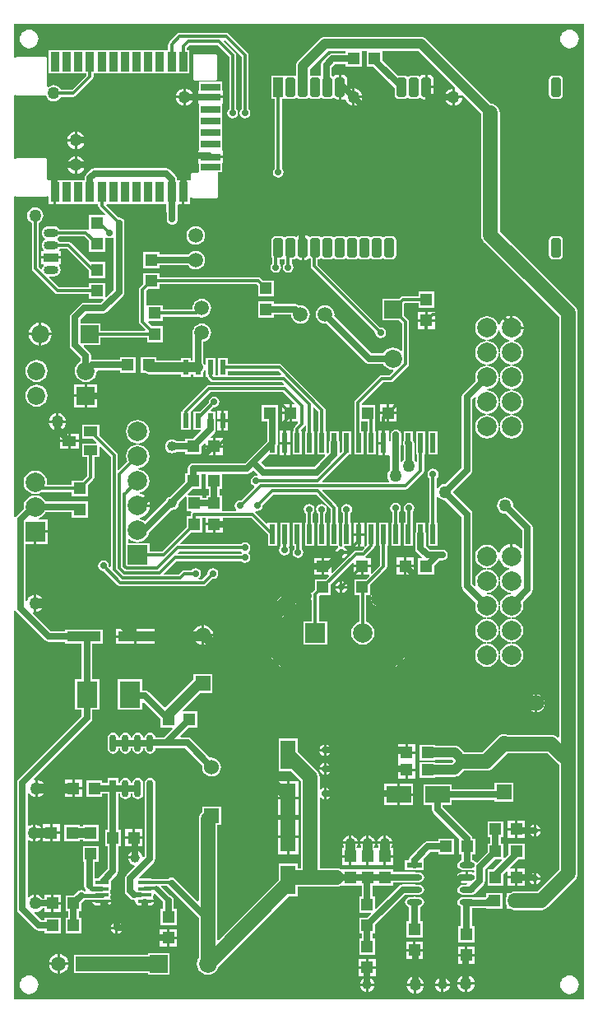
<source format=gtl>
%FSLAX44Y44*%
%MOMM*%
G71*
G01*
G75*
G04 Layer_Physical_Order=1*
G04 Layer_Color=255*
%ADD10O,1.5500X0.6000*%
%ADD11R,1.5500X0.6000*%
G04:AMPARAMS|DCode=12|XSize=2mm|YSize=1mm|CornerRadius=0.25mm|HoleSize=0mm|Usage=FLASHONLY|Rotation=90.000|XOffset=0mm|YOffset=0mm|HoleType=Round|Shape=RoundedRectangle|*
%AMROUNDEDRECTD12*
21,1,2.0000,0.5000,0,0,90.0*
21,1,1.5000,1.0000,0,0,90.0*
1,1,0.5000,0.2500,0.7500*
1,1,0.5000,0.2500,-0.7500*
1,1,0.5000,-0.2500,-0.7500*
1,1,0.5000,-0.2500,0.7500*
%
%ADD12ROUNDEDRECTD12*%
%ADD13R,1.0000X2.0000*%
%ADD14R,0.9000X2.0000*%
%ADD15R,2.0000X0.7000*%
%ADD16R,2.0000X0.8000*%
%ADD17R,1.2500X1.2500*%
%ADD18R,1.2500X1.2500*%
%ADD19R,0.6000X2.0000*%
%ADD20R,0.6000X1.5000*%
%ADD21R,1.4000X1.0000*%
%ADD22R,1.6000X3.0000*%
%ADD23O,1.4500X0.4000*%
%ADD24R,1.4500X0.4000*%
%ADD25R,0.7200X1.7800*%
%ADD26O,0.7200X1.7800*%
%ADD27R,2.5000X1.7000*%
%ADD28R,3.5000X1.0000*%
%ADD29R,2.1590X2.7430*%
%ADD30C,1.0000*%
%ADD31C,1.5000*%
%ADD32C,0.7000*%
%ADD33C,0.3000*%
%ADD34C,0.5000*%
%ADD35C,0.4000*%
%ADD36C,1.5000*%
%ADD37R,1.8500X1.8500*%
%ADD38C,1.8500*%
%ADD39R,1.8500X1.8500*%
%ADD40R,1.5000X0.9000*%
%ADD41O,1.5000X0.9000*%
%ADD42R,2.0000X2.0000*%
%ADD43C,2.0000*%
%ADD44R,2.0000X2.0000*%
%ADD45R,1.5000X1.5000*%
%ADD46C,1.5240*%
%ADD47R,1.5240X1.5240*%
%ADD48C,1.2700*%
%ADD49C,1.0000*%
%ADD50C,0.7000*%
G36*
X502024Y813026D02*
X501398Y811855D01*
X500380Y812058D01*
X498234Y811631D01*
X496415Y810415D01*
X495199Y808596D01*
X494772Y806450D01*
X495199Y804304D01*
X496415Y802485D01*
X498234Y801269D01*
X498429Y801230D01*
X498798Y800015D01*
X485180Y786397D01*
X483870Y786658D01*
X481724Y786231D01*
X479905Y785015D01*
X478689Y783196D01*
X478262Y781050D01*
X478689Y778904D01*
X479905Y777085D01*
X480034Y776999D01*
X479648Y775729D01*
X465450D01*
Y791750D01*
X462718D01*
Y798200D01*
X465360D01*
Y813542D01*
X491130D01*
X493276Y813969D01*
X495095Y815185D01*
X497480Y817570D01*
X502024Y813026D01*
D02*
G37*
G36*
X484985Y733905D02*
X485703Y733425D01*
Y732155D01*
X484985Y731675D01*
X484720Y731279D01*
X419936D01*
X419450Y732452D01*
X421299Y734301D01*
X484720D01*
X484985Y733905D01*
D02*
G37*
G36*
X526151Y916602D02*
X525665Y915429D01*
X471090D01*
Y919611D01*
X523142D01*
X526151Y916602D01*
D02*
G37*
G36*
X448860Y798200D02*
X451502D01*
Y791750D01*
X448950D01*
Y789108D01*
X445130D01*
Y791750D01*
X430500D01*
X430014Y792923D01*
X435290Y798200D01*
X443860D01*
Y813542D01*
X448860D01*
Y798200D01*
D02*
G37*
G36*
X838200Y273050D02*
X838200Y273050D01*
X251460D01*
Y672829D01*
X252730Y673214D01*
X253585Y671935D01*
X283055Y642465D01*
X284874Y641249D01*
X287020Y640822D01*
X303350D01*
Y639430D01*
X320782D01*
Y602455D01*
X313595D01*
Y571025D01*
X320782D01*
Y564933D01*
X255965Y500115D01*
X254749Y498296D01*
X254322Y496150D01*
Y366180D01*
X254749Y364034D01*
X255965Y362215D01*
X272895Y345285D01*
X274714Y344069D01*
X276860Y343642D01*
X282670D01*
Y341000D01*
X299170D01*
Y357500D01*
X282670D01*
Y354858D01*
X279183D01*
X272046Y361995D01*
X272639Y363197D01*
X273050Y363143D01*
X275371Y363449D01*
X277533Y364345D01*
X279390Y365770D01*
X280815Y367627D01*
X280860Y367734D01*
X282130Y367482D01*
Y363320D01*
X289650D01*
Y372110D01*
Y380900D01*
X282130D01*
Y376738D01*
X280860Y376486D01*
X280815Y376593D01*
X279390Y378450D01*
X277533Y379875D01*
X275371Y380771D01*
X274320Y380910D01*
Y372110D01*
X271780D01*
Y380910D01*
X270729Y380771D01*
X268567Y379875D01*
X266808Y378526D01*
X266079Y378664D01*
X265538Y378848D01*
Y436648D01*
X266677Y437210D01*
X267297Y436735D01*
X269459Y435839D01*
X270510Y435700D01*
Y444500D01*
Y453299D01*
X269459Y453161D01*
X267297Y452265D01*
X266677Y451790D01*
X265538Y452351D01*
Y484998D01*
X266808Y485407D01*
X267980Y483880D01*
X269837Y482455D01*
X271999Y481559D01*
X273050Y481421D01*
Y490220D01*
Y499020D01*
X272447Y498940D01*
X271854Y500143D01*
X330355Y558645D01*
X331571Y560464D01*
X331998Y562610D01*
Y571025D01*
X339185D01*
Y602455D01*
X331998D01*
Y639430D01*
X342350D01*
Y653430D01*
X303350D01*
Y652038D01*
X289343D01*
X270583Y670797D01*
X271177Y672000D01*
X271780Y671920D01*
Y680720D01*
Y689520D01*
X270729Y689381D01*
X268567Y688485D01*
X266710Y687060D01*
X265285Y685203D01*
X264389Y683041D01*
X263158Y683255D01*
Y741840D01*
X271780D01*
Y754380D01*
X273050D01*
Y755650D01*
X285590D01*
Y766920D01*
X276679D01*
X276427Y768190D01*
X279102Y769298D01*
X281609Y771221D01*
X283532Y773728D01*
X283716Y774172D01*
X310520D01*
Y769080D01*
X327020D01*
Y785580D01*
X310520D01*
Y785388D01*
X283716D01*
X283532Y785832D01*
X281609Y788338D01*
X279102Y790262D01*
X276183Y791471D01*
X273954Y791765D01*
X273954D01*
X273384Y791840D01*
Y791847D01*
Y791889D01*
Y791962D01*
Y792998D01*
Y793072D01*
Y793113D01*
Y793120D01*
X273954Y793195D01*
D01*
X276183Y793489D01*
X279102Y794698D01*
X279836Y795261D01*
X310520D01*
Y790580D01*
X327020D01*
Y802033D01*
X332723Y807737D01*
X333497Y808894D01*
X333769Y810260D01*
Y831200D01*
X339200D01*
Y841494D01*
X340373Y841980D01*
X350761Y831592D01*
Y718776D01*
X349580Y718279D01*
X348863Y718940D01*
X348921Y719234D01*
X348494Y721380D01*
X347279Y723199D01*
X345460Y724415D01*
X343314Y724841D01*
X341168Y724415D01*
X339348Y723199D01*
X338133Y721380D01*
X337706Y719234D01*
X338133Y717088D01*
X339348Y715268D01*
X341168Y714053D01*
X343314Y713626D01*
X343782Y713719D01*
X358274Y699227D01*
X359431Y698453D01*
X360797Y698182D01*
X446480D01*
X447846Y698453D01*
X449003Y699227D01*
X455462Y705685D01*
X455930Y705592D01*
X458076Y706019D01*
X459895Y707235D01*
X461111Y709054D01*
X461538Y711200D01*
X461111Y713346D01*
X459895Y715165D01*
X458076Y716381D01*
X455930Y716808D01*
X453784Y716381D01*
X451965Y715165D01*
X450749Y713346D01*
X450322Y711200D01*
X450415Y710732D01*
X445002Y705319D01*
X441534D01*
X441148Y706589D01*
X442115Y707235D01*
X443331Y709054D01*
X443758Y711200D01*
X443331Y713346D01*
X442115Y715165D01*
X440296Y716381D01*
X438150Y716808D01*
X436004Y716381D01*
X434185Y715165D01*
X433920Y714769D01*
X426640D01*
X425274Y714497D01*
X424117Y713723D01*
X420712Y710319D01*
X406047D01*
X405561Y711492D01*
X418210Y724141D01*
X484720D01*
X484985Y723745D01*
X486804Y722529D01*
X488950Y722102D01*
X491096Y722529D01*
X492915Y723745D01*
X494131Y725564D01*
X494558Y727710D01*
X494131Y729856D01*
X492915Y731675D01*
X492197Y732155D01*
Y733425D01*
X492915Y733905D01*
X494131Y735724D01*
X494558Y737870D01*
X494131Y740016D01*
X492915Y741835D01*
X491096Y743051D01*
X488950Y743478D01*
X486804Y743051D01*
X484985Y741835D01*
X484720Y741439D01*
X423025D01*
X422539Y742612D01*
X433677Y753750D01*
X445130D01*
Y768591D01*
X448410D01*
Y763270D01*
X465990D01*
Y768591D01*
X495262D01*
X512440Y751413D01*
Y739460D01*
X522440D01*
Y763460D01*
X512440D01*
Y763166D01*
X511267Y762680D01*
X499263Y774683D01*
X499889Y775792D01*
X501650Y775442D01*
X503796Y775869D01*
X505615Y777085D01*
X506831Y778904D01*
X507258Y781050D01*
X507165Y781518D01*
X518368Y792721D01*
X562402D01*
X577371Y777752D01*
Y763460D01*
X575940D01*
Y739460D01*
X584824D01*
X584827Y739460D01*
X584827Y739460D01*
X584834Y739460D01*
X584835D01*
X584840Y739442D01*
X584844Y739429D01*
X584848Y739417D01*
X584899Y739248D01*
X585027Y738061D01*
X583655Y737145D01*
X582321Y735147D01*
X582104Y734060D01*
X593916D01*
X593699Y735147D01*
X592365Y737145D01*
X590800Y738190D01*
X591185Y739460D01*
X598640D01*
Y763460D01*
X597209D01*
Y773010D01*
X597605Y773275D01*
X598821Y775094D01*
X599248Y777240D01*
X598821Y779386D01*
X597605Y781205D01*
X595786Y782421D01*
X593640Y782848D01*
X591494Y782421D01*
X589675Y781205D01*
X588459Y779386D01*
X588032Y777240D01*
X588459Y775094D01*
X589675Y773275D01*
X590071Y773010D01*
Y763460D01*
X588640D01*
Y740118D01*
X588126Y739164D01*
X587615Y738870D01*
X586907Y738729D01*
X586107Y739641D01*
Y739641D01*
X586107D01*
X586107Y739641D01*
X585940Y739963D01*
Y739963D01*
D01*
X585940D01*
Y763460D01*
X584509D01*
Y779230D01*
X584237Y780596D01*
X583463Y781753D01*
X568589Y796628D01*
X569075Y797801D01*
X654298D01*
X655664Y798073D01*
X656822Y798847D01*
X672363Y814388D01*
X673137Y815546D01*
X673409Y816911D01*
Y833460D01*
X674840D01*
Y857460D01*
X664840D01*
Y833460D01*
X666271D01*
Y826443D01*
X665767Y826198D01*
X665001Y826099D01*
X663815Y827645D01*
X663468Y827912D01*
Y844740D01*
X663041Y846886D01*
X662140Y848234D01*
Y857460D01*
X652140D01*
Y847877D01*
X651959Y847606D01*
X651532Y845460D01*
X651959Y843314D01*
X652140Y843043D01*
Y833460D01*
X652252D01*
Y827912D01*
X651905Y827645D01*
X650768Y826163D01*
X649635Y826416D01*
X649498Y826492D01*
Y843130D01*
X649621Y843314D01*
X650048Y845460D01*
Y853990D01*
X649621Y856136D01*
X649440Y856407D01*
Y857460D01*
X648736D01*
X648405Y857955D01*
X646586Y859171D01*
X644440Y859598D01*
X642294Y859171D01*
X640475Y857955D01*
X640144Y857460D01*
X639440D01*
Y856407D01*
X639259Y856136D01*
X638832Y853990D01*
Y847436D01*
X638550Y847046D01*
X637280Y847458D01*
Y858000D01*
X633010D01*
Y845460D01*
Y832920D01*
X637012D01*
X637280Y832920D01*
X638282Y832274D01*
Y817752D01*
X637935Y817485D01*
X636596Y815741D01*
X635755Y813710D01*
X635468Y811530D01*
X635755Y809350D01*
X636596Y807319D01*
X637448Y806209D01*
X636822Y804939D01*
X568814D01*
X568328Y806112D01*
X595676Y833460D01*
X598640D01*
Y857460D01*
X588640D01*
Y836517D01*
X587721Y835598D01*
X586548Y836084D01*
Y845460D01*
X586121Y847606D01*
X585940Y847877D01*
Y857460D01*
X575940D01*
Y847877D01*
X575759Y847606D01*
X575332Y845460D01*
Y835993D01*
X574413Y835074D01*
X573240Y835560D01*
Y857460D01*
X571809D01*
Y879560D01*
X571537Y880926D01*
X570763Y882083D01*
X527143Y925703D01*
X525986Y926477D01*
X524620Y926749D01*
X471090D01*
Y932680D01*
X461090D01*
Y915429D01*
X458390D01*
Y932680D01*
X448390D01*
Y926201D01*
X447120Y925948D01*
X446805Y926710D01*
X446298Y927371D01*
Y949505D01*
X446980Y949594D01*
X449291Y950552D01*
X451275Y952075D01*
X452798Y954059D01*
X453755Y956370D01*
X454082Y958850D01*
X453755Y961330D01*
X452798Y963641D01*
X451275Y965626D01*
X449291Y967148D01*
X446980Y968105D01*
X444500Y968432D01*
X442020Y968105D01*
X439709Y967148D01*
X437725Y965626D01*
X436202Y963641D01*
X435244Y961330D01*
X434918Y958850D01*
X435244Y956370D01*
X435314Y956203D01*
X435082Y955040D01*
Y930240D01*
X432990D01*
Y932680D01*
X422990D01*
Y930240D01*
X415449D01*
X413930Y930440D01*
X398050D01*
Y934080D01*
X381550D01*
Y917580D01*
X385860D01*
X386270Y917265D01*
X387973Y916560D01*
X389800Y916320D01*
X412611D01*
X414130Y916120D01*
X422990D01*
Y913680D01*
X432990D01*
Y916120D01*
X435690D01*
Y913680D01*
X445690D01*
Y918197D01*
X446805Y919650D01*
X447120Y920412D01*
X448390Y920159D01*
Y913680D01*
X449965D01*
X450093Y913034D01*
X450867Y911877D01*
X453407Y909337D01*
X454564Y908563D01*
X455930Y908291D01*
X527391D01*
X529144Y906539D01*
X528618Y905269D01*
X452120D01*
X450754Y904997D01*
X449597Y904223D01*
X425467Y880093D01*
X424693Y878936D01*
X424543Y878180D01*
X422990D01*
Y859180D01*
X432990D01*
Y877523D01*
X453598Y898131D01*
X528112D01*
X539980Y886263D01*
X539494Y885090D01*
X537300D01*
Y876300D01*
Y867510D01*
X543540D01*
X543693Y866240D01*
X540317Y862863D01*
X539543Y861706D01*
X539271Y860340D01*
Y857460D01*
X537840D01*
Y833460D01*
X547840D01*
Y857460D01*
X546409D01*
Y858862D01*
X549893Y862347D01*
X550667Y863504D01*
X550701Y863678D01*
X551971Y863553D01*
Y857460D01*
X550540D01*
Y833460D01*
X560540D01*
Y857460D01*
X559109D01*
Y881985D01*
X560282Y882471D01*
X564671Y878082D01*
Y857460D01*
X563240D01*
Y833460D01*
X571140D01*
X571626Y832287D01*
X560287Y820948D01*
X509963D01*
X505410Y825500D01*
X513371Y833460D01*
X522440D01*
Y843043D01*
X522621Y843314D01*
X523048Y845460D01*
Y873390D01*
X522780Y874736D01*
Y884550D01*
X506280D01*
Y868050D01*
X511832D01*
Y847783D01*
X488807Y824758D01*
X435610D01*
X433464Y824331D01*
X431645Y823115D01*
X430429Y821296D01*
X430002Y819150D01*
Y814700D01*
X427360D01*
Y806131D01*
X411248Y790018D01*
X410490Y789705D01*
X409028Y788582D01*
X407906Y787120D01*
X407592Y786362D01*
X386124Y764895D01*
X384512Y766132D01*
X381593Y767341D01*
X380863Y767437D01*
Y768718D01*
X381734Y768833D01*
X384784Y770096D01*
X387404Y772106D01*
X389414Y774726D01*
X390677Y777776D01*
X390941Y779780D01*
X378460D01*
Y782320D01*
X390941D01*
X390677Y784324D01*
X389414Y787374D01*
X387404Y789994D01*
X384784Y792004D01*
X381734Y793267D01*
X380863Y793382D01*
Y794663D01*
X381593Y794759D01*
X384512Y795968D01*
X387019Y797891D01*
X388942Y800398D01*
X390151Y803317D01*
X390564Y806450D01*
X390151Y809583D01*
X388942Y812502D01*
X387019Y815008D01*
X384512Y816932D01*
X381593Y818141D01*
X378795Y818510D01*
Y819790D01*
X381593Y820159D01*
X384512Y821368D01*
X387019Y823291D01*
X388942Y825798D01*
X390151Y828717D01*
X390564Y831850D01*
X390151Y834983D01*
X388942Y837902D01*
X387019Y840408D01*
X384512Y842332D01*
X381593Y843541D01*
X379364Y843835D01*
X379364D01*
X378795Y843910D01*
Y843917D01*
Y843959D01*
Y844032D01*
Y845068D01*
Y845142D01*
Y845183D01*
Y845190D01*
X379364Y845266D01*
D01*
X381593Y845559D01*
X384512Y846768D01*
X387019Y848691D01*
X388942Y851198D01*
X390151Y854117D01*
X390564Y857250D01*
X390151Y860383D01*
X388942Y863302D01*
X387019Y865808D01*
X384512Y867732D01*
X381593Y868941D01*
X378460Y869354D01*
X375327Y868941D01*
X372408Y867732D01*
X369902Y865808D01*
X367978Y863302D01*
X366769Y860383D01*
X366356Y857250D01*
X366769Y854117D01*
X367978Y851198D01*
X369902Y848691D01*
X372408Y846768D01*
X375327Y845559D01*
X377556Y845266D01*
X377556D01*
X378125Y845190D01*
Y845183D01*
Y845142D01*
Y845068D01*
Y844032D01*
Y843959D01*
Y843917D01*
Y843910D01*
X377556Y843835D01*
D01*
X375327Y843541D01*
X372408Y842332D01*
X369902Y840408D01*
X367978Y837902D01*
X366769Y834983D01*
X366356Y831850D01*
X366769Y828717D01*
X367797Y826234D01*
X359072Y817509D01*
X357899Y817995D01*
Y833070D01*
X357627Y834436D01*
X356853Y835593D01*
X339200Y853247D01*
Y864200D01*
X321200D01*
Y850200D01*
X332153D01*
X335980Y846373D01*
X335494Y845200D01*
X321200D01*
Y831200D01*
X326631D01*
Y811738D01*
X321973Y807080D01*
X310520D01*
Y802399D01*
X285751D01*
X284913Y803353D01*
X285154Y805180D01*
X284741Y808313D01*
X283532Y811232D01*
X281609Y813738D01*
X279102Y815662D01*
X276183Y816871D01*
X273050Y817284D01*
X269917Y816871D01*
X266998Y815662D01*
X264492Y813738D01*
X262568Y811232D01*
X261359Y808313D01*
X260946Y805180D01*
X261359Y802047D01*
X262568Y799128D01*
X264492Y796621D01*
X266998Y794698D01*
X269917Y793489D01*
X272146Y793195D01*
X272146D01*
X272715Y793120D01*
Y793113D01*
Y793072D01*
Y792998D01*
Y791962D01*
Y791889D01*
Y791847D01*
Y791840D01*
X272146Y791765D01*
D01*
X269917Y791471D01*
X266998Y790262D01*
X264492Y788338D01*
X262568Y785832D01*
X261359Y782913D01*
X260946Y779780D01*
X261155Y778194D01*
X253585Y770623D01*
X252730Y769344D01*
X251460Y769729D01*
Y1099100D01*
X252730Y1099485D01*
X252928Y1099188D01*
X253590Y1098746D01*
X254370Y1098591D01*
X283370D01*
X284150Y1098746D01*
X284812Y1099188D01*
X285060Y1099559D01*
X286330Y1099245D01*
Y1091090D01*
X292100D01*
Y1103630D01*
Y1116170D01*
X286679D01*
X286330Y1116170D01*
X285409Y1117013D01*
Y1136630D01*
X285254Y1137410D01*
X284812Y1138072D01*
X284150Y1138514D01*
X283370Y1138669D01*
X254370D01*
X253590Y1138514D01*
X252928Y1138072D01*
X252730Y1137775D01*
X251460Y1138161D01*
Y1203100D01*
X252730Y1203485D01*
X252928Y1203188D01*
X253590Y1202746D01*
X254370Y1202591D01*
X283370D01*
X284095Y1202735D01*
X284806Y1201019D01*
X286145Y1199275D01*
X287889Y1197936D01*
X289920Y1197095D01*
X292100Y1196808D01*
X294280Y1197095D01*
X296311Y1197936D01*
X298055Y1199275D01*
X299394Y1201019D01*
X299660Y1201661D01*
X312420D01*
X313786Y1201933D01*
X314943Y1202707D01*
X331893Y1219657D01*
X332667Y1220814D01*
X332939Y1222180D01*
Y1225630D01*
X431870D01*
Y1249630D01*
X428939D01*
Y1252012D01*
X431928Y1255001D01*
X460802D01*
X472681Y1243122D01*
Y1189140D01*
X472285Y1188875D01*
X471069Y1187056D01*
X470642Y1184910D01*
X471069Y1182764D01*
X472285Y1180945D01*
X474104Y1179729D01*
X476250Y1179302D01*
X478396Y1179729D01*
X480215Y1180945D01*
X481431Y1182764D01*
X481858Y1184910D01*
X481431Y1187056D01*
X480215Y1188875D01*
X479819Y1189140D01*
Y1244600D01*
X479547Y1245966D01*
X478773Y1247123D01*
X467465Y1258432D01*
X467926Y1259767D01*
X468648Y1259855D01*
X485381Y1243122D01*
Y1189140D01*
X484985Y1188875D01*
X483769Y1187056D01*
X483342Y1184910D01*
X483769Y1182764D01*
X484985Y1180945D01*
X486804Y1179729D01*
X488950Y1179302D01*
X491096Y1179729D01*
X492915Y1180945D01*
X494131Y1182764D01*
X494558Y1184910D01*
X494131Y1187056D01*
X492915Y1188875D01*
X492519Y1189140D01*
Y1244600D01*
X492247Y1245966D01*
X491473Y1247123D01*
X472423Y1266173D01*
X471266Y1266947D01*
X469900Y1267219D01*
X421640D01*
X420274Y1266947D01*
X419117Y1266173D01*
X410847Y1257903D01*
X410073Y1256746D01*
X409801Y1255380D01*
Y1249630D01*
X286870D01*
Y1225630D01*
X325801D01*
Y1223658D01*
X310942Y1208799D01*
X299660D01*
X299394Y1209441D01*
X298055Y1211185D01*
X296311Y1212524D01*
X294280Y1213365D01*
X292100Y1213652D01*
X289920Y1213365D01*
X287889Y1212524D01*
X286679Y1211595D01*
X285409Y1212222D01*
Y1240630D01*
X285254Y1241410D01*
X284812Y1242072D01*
X284150Y1242514D01*
X283370Y1242669D01*
X254370D01*
X253590Y1242514D01*
X252928Y1242072D01*
X252730Y1241775D01*
X251460Y1242161D01*
Y1276350D01*
X251460Y1276350D01*
X838200D01*
Y273050D01*
D02*
G37*
G36*
X428630Y789880D02*
Y775250D01*
X433208D01*
X433887Y773980D01*
X433583Y773526D01*
X433311Y772160D01*
Y770250D01*
X428630D01*
Y758797D01*
X403652Y733819D01*
X390460D01*
Y742250D01*
X368529D01*
Y746905D01*
X369731Y747313D01*
X369902Y747092D01*
X372408Y745168D01*
X375327Y743959D01*
X378460Y743546D01*
X381593Y743959D01*
X384512Y745168D01*
X387019Y747092D01*
X388942Y749598D01*
X390151Y752517D01*
X390233Y753143D01*
X413667Y776576D01*
X414020Y776530D01*
X415847Y776770D01*
X417550Y777476D01*
X419012Y778598D01*
X420135Y780060D01*
X420840Y781763D01*
X421080Y783590D01*
X421034Y783943D01*
X427457Y790366D01*
X428630Y789880D01*
D02*
G37*
%LPC*%
G36*
X543940Y479240D02*
X534670D01*
Y462970D01*
X543940D01*
Y479240D01*
D02*
G37*
G36*
X532130D02*
X522860D01*
Y462970D01*
X532130D01*
Y479240D01*
D02*
G37*
G36*
X777140Y457100D02*
X769620D01*
Y449580D01*
X777140D01*
Y457100D01*
D02*
G37*
G36*
X338450Y452750D02*
X321950D01*
Y451560D01*
X319220D01*
Y452750D01*
X302720D01*
Y436250D01*
X319220D01*
Y437440D01*
X321950D01*
Y436250D01*
X338450D01*
Y452750D01*
D02*
G37*
G36*
X645800Y482600D02*
X632030D01*
Y472830D01*
X645800D01*
Y482600D01*
D02*
G37*
G36*
X543940Y498050D02*
X534670D01*
Y481780D01*
X543940D01*
Y498050D01*
D02*
G37*
G36*
X532130D02*
X522860D01*
Y481780D01*
X532130D01*
Y498050D01*
D02*
G37*
G36*
X662110Y494910D02*
X648340D01*
Y485140D01*
X662110D01*
Y494910D01*
D02*
G37*
G36*
X645800D02*
X632030D01*
Y485140D01*
X645800D01*
Y494910D01*
D02*
G37*
G36*
X321210Y488950D02*
X313690D01*
Y481430D01*
X321210D01*
Y488950D01*
D02*
G37*
G36*
X577406Y483870D02*
X572770D01*
Y479234D01*
X573857Y479450D01*
X575855Y480785D01*
X577189Y482783D01*
X577406Y483870D01*
D02*
G37*
G36*
X662110Y482600D02*
X648340D01*
Y472830D01*
X662110D01*
Y482600D01*
D02*
G37*
G36*
X311150Y488950D02*
X303630D01*
Y481430D01*
X311150D01*
Y488950D01*
D02*
G37*
G36*
X283120D02*
X275590D01*
Y481421D01*
X276641Y481559D01*
X278803Y482455D01*
X280660Y483880D01*
X282085Y485737D01*
X282981Y487899D01*
X283120Y488950D01*
D02*
G37*
G36*
X767080Y457100D02*
X759560D01*
Y449580D01*
X767080D01*
Y457100D01*
D02*
G37*
G36*
Y447040D02*
X759560D01*
Y439520D01*
X767080D01*
Y447040D01*
D02*
G37*
G36*
X298260Y443230D02*
X290740D01*
Y435710D01*
X298260D01*
Y443230D01*
D02*
G37*
G36*
X373290Y448210D02*
X365770D01*
Y440690D01*
X373290D01*
Y448210D01*
D02*
G37*
G36*
X777140Y447040D02*
X769620D01*
Y439520D01*
X777140D01*
Y447040D01*
D02*
G37*
G36*
X631660Y441778D02*
X630962Y441686D01*
X629128Y440926D01*
X627552Y439718D01*
X626344Y438143D01*
X625584Y436308D01*
X625492Y435610D01*
X631660D01*
Y441778D01*
D02*
G37*
G36*
X616420D02*
Y435610D01*
X622588D01*
X622496Y436308D01*
X621736Y438143D01*
X620528Y439718D01*
X618952Y440926D01*
X617118Y441686D01*
X616420Y441778D01*
D02*
G37*
G36*
X273050Y453299D02*
Y444500D01*
Y435700D01*
X274101Y435839D01*
X276263Y436735D01*
X278120Y438160D01*
X279410Y439840D01*
X280063Y439777D01*
X280680Y439492D01*
Y435710D01*
X288200D01*
Y444500D01*
Y453290D01*
X280680D01*
Y449508D01*
X280063Y449223D01*
X279410Y449160D01*
X278120Y450840D01*
X276263Y452265D01*
X274101Y453161D01*
X273050Y453299D01*
D02*
G37*
G36*
X634200Y441778D02*
Y435610D01*
X640368D01*
X640276Y436308D01*
X639516Y438143D01*
X638308Y439718D01*
X636732Y440926D01*
X634898Y441686D01*
X634200Y441778D01*
D02*
G37*
G36*
X298260Y453290D02*
X290740D01*
Y445770D01*
X298260D01*
Y453290D01*
D02*
G37*
G36*
X543940Y457780D02*
X534670D01*
Y441510D01*
X543940D01*
Y457780D01*
D02*
G37*
G36*
X788670Y452946D02*
Y448310D01*
X793306D01*
X793090Y449397D01*
X791755Y451395D01*
X789757Y452729D01*
X788670Y452946D01*
D02*
G37*
G36*
X786130D02*
X785043Y452729D01*
X783045Y451395D01*
X781711Y449397D01*
X781494Y448310D01*
X786130D01*
Y452946D01*
D02*
G37*
G36*
Y445770D02*
X781494D01*
X781711Y444683D01*
X783045Y442685D01*
X785043Y441351D01*
X786130Y441134D01*
Y445770D01*
D02*
G37*
G36*
X383350Y448210D02*
X375830D01*
Y440690D01*
X383350D01*
Y448210D01*
D02*
G37*
G36*
X532130Y457780D02*
X522860D01*
Y441510D01*
X532130D01*
Y457780D01*
D02*
G37*
G36*
X793306Y445770D02*
X788670D01*
Y441134D01*
X789757Y441351D01*
X791755Y442685D01*
X793090Y444683D01*
X793306Y445770D01*
D02*
G37*
G36*
X789940Y586650D02*
Y579120D01*
X797469D01*
X797331Y580171D01*
X796435Y582333D01*
X795010Y584190D01*
X793153Y585615D01*
X790991Y586511D01*
X789940Y586650D01*
D02*
G37*
G36*
X787400D02*
X786349Y586511D01*
X784187Y585615D01*
X782330Y584190D01*
X780905Y582333D01*
X780009Y580171D01*
X779871Y579120D01*
X787400D01*
Y586650D01*
D02*
G37*
G36*
X548640Y623388D02*
X547942Y623296D01*
X546107Y622536D01*
X544532Y621328D01*
X543858D01*
X542282Y622536D01*
X540448Y623296D01*
X539750Y623388D01*
Y615950D01*
Y608512D01*
X540448Y608604D01*
X542282Y609364D01*
X543858Y610572D01*
X544532D01*
X546107Y609364D01*
X547942Y608604D01*
X548640Y608512D01*
Y615950D01*
Y623388D01*
D02*
G37*
G36*
X524328Y638810D02*
X509452D01*
X509544Y638112D01*
X510304Y636278D01*
X511512Y634702D01*
X513088Y633494D01*
X514922Y632734D01*
X514952Y632681D01*
X514624Y631888D01*
X514532Y631190D01*
X521970D01*
Y628650D01*
X514532D01*
X514624Y627952D01*
X515384Y626118D01*
X516592Y624542D01*
X518167Y623334D01*
X520002Y622574D01*
X521970Y622315D01*
X521985Y622300D01*
X522244Y620332D01*
X523004Y618498D01*
X524212Y616922D01*
X525788Y615714D01*
X527622Y614954D01*
X528320Y614862D01*
Y622300D01*
X530860D01*
Y614862D01*
X531015Y614883D01*
X531134Y613982D01*
X531894Y612147D01*
X533102Y610572D01*
X534678Y609364D01*
X536512Y608604D01*
X537210Y608512D01*
Y615950D01*
Y623388D01*
X537055Y623367D01*
X536936Y624268D01*
X536176Y626102D01*
X534968Y627678D01*
X533392Y628886D01*
X531558Y629646D01*
X529590Y629905D01*
X529575Y629920D01*
X529316Y631888D01*
X528556Y633722D01*
X527348Y635298D01*
X525773Y636506D01*
X523938Y637266D01*
X523908Y637319D01*
X524236Y638112D01*
X524328Y638810D01*
D02*
G37*
G36*
X455390Y607790D02*
X436150D01*
Y602345D01*
X406643Y572838D01*
X390045Y589435D01*
X388226Y590651D01*
X386080Y591078D01*
X383385D01*
Y602455D01*
X357795D01*
Y571025D01*
X383385D01*
Y578438D01*
X384655Y578965D01*
X401960Y561660D01*
Y553090D01*
X413960D01*
X414446Y551917D01*
X405347Y542818D01*
X396771D01*
X396435Y544505D01*
X395197Y546357D01*
X393345Y547595D01*
X391160Y548030D01*
X388975Y547595D01*
X387123Y546357D01*
X385885Y544505D01*
X385512Y542628D01*
X384109D01*
X383735Y544505D01*
X382497Y546357D01*
X380645Y547595D01*
X378460Y548030D01*
X376275Y547595D01*
X374423Y546357D01*
X373185Y544505D01*
X372812Y542628D01*
X371409D01*
X371035Y544505D01*
X369797Y546357D01*
X367945Y547595D01*
X365760Y548030D01*
X363575Y547595D01*
X361723Y546357D01*
X360485Y544505D01*
X360112Y542628D01*
X358708D01*
X358335Y544505D01*
X357097Y546357D01*
X355245Y547595D01*
X353060Y548030D01*
X350875Y547595D01*
X349023Y546357D01*
X347785Y544505D01*
X347350Y542320D01*
Y531720D01*
X347785Y529535D01*
X349023Y527683D01*
X350875Y526445D01*
X353060Y526010D01*
X355245Y526445D01*
X357097Y527683D01*
X358335Y529535D01*
X358708Y531412D01*
X360112D01*
X360485Y529535D01*
X361723Y527683D01*
X363575Y526445D01*
X365760Y526010D01*
X367945Y526445D01*
X369797Y527683D01*
X371035Y529535D01*
X371409Y531412D01*
X372812D01*
X373185Y529535D01*
X374423Y527683D01*
X376275Y526445D01*
X378460Y526010D01*
X380645Y526445D01*
X382497Y527683D01*
X383735Y529535D01*
X384109Y531412D01*
X385512D01*
X385885Y529535D01*
X387123Y527683D01*
X388975Y526445D01*
X391160Y526010D01*
X393345Y526445D01*
X395197Y527683D01*
X396435Y529535D01*
X396846Y531602D01*
X427407D01*
X445163Y513846D01*
X444957Y512280D01*
X445288Y509769D01*
X446257Y507429D01*
X447799Y505419D01*
X449809Y503877D01*
X452149Y502908D01*
X454660Y502577D01*
X457171Y502908D01*
X459511Y503877D01*
X461521Y505419D01*
X463063Y507429D01*
X464032Y509769D01*
X464363Y512280D01*
X464032Y514791D01*
X463063Y517132D01*
X461521Y519141D01*
X459511Y520683D01*
X457171Y521652D01*
X454660Y521983D01*
X453094Y521777D01*
X433695Y541175D01*
X431876Y542391D01*
X429730Y542818D01*
X422868D01*
X422382Y543991D01*
X431480Y553090D01*
X439960D01*
Y569590D01*
X425161D01*
X424635Y570860D01*
X442325Y588550D01*
X455390D01*
Y607790D01*
D02*
G37*
G36*
X670560Y1263090D02*
X571500D01*
X569673Y1262850D01*
X567970Y1262144D01*
X566508Y1261022D01*
X543648Y1238162D01*
X542525Y1236700D01*
X541820Y1234997D01*
X541580Y1233170D01*
Y1223741D01*
X540460Y1223143D01*
X540196Y1223319D01*
X538440Y1223668D01*
X533440D01*
X531684Y1223319D01*
X531341Y1223090D01*
X530240Y1223580D01*
Y1223580D01*
X530240Y1223580D01*
X516240D01*
Y1199580D01*
X519671D01*
Y1128180D01*
X519275Y1127915D01*
X518059Y1126096D01*
X517632Y1123950D01*
X518059Y1121804D01*
X519275Y1119985D01*
X521094Y1118769D01*
X523240Y1118342D01*
X525386Y1118769D01*
X527205Y1119985D01*
X528421Y1121804D01*
X528848Y1123950D01*
X528421Y1126096D01*
X527205Y1127915D01*
X526809Y1128180D01*
Y1199580D01*
X530240D01*
X530240Y1199580D01*
Y1199580D01*
X531326Y1200080D01*
X531684Y1199841D01*
X533440Y1199492D01*
X538440D01*
X540196Y1199841D01*
X541684Y1200836D01*
X542896D01*
X544384Y1199841D01*
X546140Y1199492D01*
X551140D01*
X552896Y1199841D01*
X554384Y1200836D01*
X555596D01*
X557084Y1199841D01*
X558840Y1199492D01*
X563840D01*
X565596Y1199841D01*
X567084Y1200836D01*
X568296D01*
X569784Y1199841D01*
X571540Y1199492D01*
X576540D01*
X578296Y1199841D01*
X579784Y1200836D01*
X580914Y1200241D01*
X582273Y1199332D01*
X584240Y1198941D01*
X585470D01*
Y1211580D01*
Y1224219D01*
X584240D01*
X582273Y1223828D01*
X580914Y1222919D01*
X579784Y1222324D01*
X578378Y1223264D01*
Y1232117D01*
X581443Y1235182D01*
X592550D01*
Y1232540D01*
X609050D01*
Y1248970D01*
X614050D01*
Y1232540D01*
X621349D01*
X643152Y1210738D01*
Y1204080D01*
X643501Y1202324D01*
X644496Y1200836D01*
X645984Y1199841D01*
X647740Y1199492D01*
X652740D01*
X654496Y1199841D01*
X655984Y1200836D01*
X657196D01*
X658684Y1199841D01*
X660440Y1199492D01*
X665440D01*
X667196Y1199841D01*
X668684Y1200836D01*
X669814Y1200241D01*
X671173Y1199332D01*
X673140Y1198941D01*
X674370D01*
Y1211580D01*
Y1224219D01*
X673140D01*
X671173Y1223828D01*
X669814Y1222919D01*
X668684Y1222324D01*
X667196Y1223319D01*
X665440Y1223668D01*
X660440D01*
X658684Y1223319D01*
X657196Y1222324D01*
X655984D01*
X654496Y1223319D01*
X652740Y1223668D01*
X647740D01*
X646357Y1223393D01*
X630550Y1239201D01*
Y1248970D01*
X667635D01*
X705143Y1211462D01*
X704850Y1210867D01*
Y1202690D01*
X713027D01*
X713622Y1202983D01*
X732098Y1184507D01*
Y1059180D01*
X732424Y1056700D01*
X733382Y1054389D01*
X734904Y1052404D01*
X789514Y997794D01*
X812108Y975201D01*
Y543412D01*
X810838Y542959D01*
X809171Y544238D01*
X806860Y545196D01*
X804380Y545522D01*
X758790D01*
X758161Y545782D01*
X755650Y546113D01*
X753139Y545782D01*
X750798Y544813D01*
X748789Y543271D01*
X748224Y542535D01*
X733431Y527742D01*
X714143D01*
X709842Y532042D01*
X708380Y533164D01*
X706677Y533870D01*
X704850Y534110D01*
X685070D01*
Y535300D01*
X668570D01*
Y518800D01*
X685070D01*
Y519990D01*
X701926D01*
X703755Y518160D01*
X701926Y516330D01*
X685070D01*
Y517520D01*
X668570D01*
Y501020D01*
X685070D01*
Y502210D01*
X704850D01*
X706677Y502450D01*
X708380Y503156D01*
X709842Y504278D01*
X714143Y508578D01*
X737400D01*
X739880Y508904D01*
X742191Y509862D01*
X744175Y511385D01*
X759149Y526358D01*
X800411D01*
X812108Y514661D01*
Y406559D01*
X789781Y384232D01*
X766990D01*
X764510Y383905D01*
X762199Y382948D01*
X762136Y382900D01*
X758740D01*
Y379504D01*
X758692Y379441D01*
X757735Y377130D01*
X757408Y374650D01*
X757735Y372170D01*
X758692Y369859D01*
X758740Y369796D01*
Y366400D01*
X762136D01*
X762199Y366352D01*
X764510Y365395D01*
X766990Y365068D01*
X793750D01*
X796230Y365395D01*
X798541Y366352D01*
X800525Y367875D01*
X828465Y395815D01*
X829988Y397799D01*
X830946Y400110D01*
X831272Y402590D01*
Y518630D01*
Y979170D01*
X830946Y981650D01*
X829988Y983961D01*
X828465Y985945D01*
X803065Y1011346D01*
X751262Y1063149D01*
Y1184910D01*
X750936Y1187390D01*
X749978Y1189701D01*
X748456Y1191685D01*
X746471Y1193208D01*
X744160Y1194165D01*
X742144Y1194431D01*
X675552Y1261022D01*
X674090Y1262144D01*
X672387Y1262850D01*
X670560Y1263090D01*
D02*
G37*
G36*
X572770Y535496D02*
Y530860D01*
X577406D01*
X577189Y531947D01*
X575855Y533945D01*
X573857Y535280D01*
X572770Y535496D01*
D02*
G37*
G36*
X797469Y576580D02*
X789940D01*
Y569050D01*
X790991Y569189D01*
X793153Y570085D01*
X795010Y571510D01*
X796435Y573367D01*
X797331Y575529D01*
X797469Y576580D01*
D02*
G37*
G36*
X787400D02*
X779871D01*
X780009Y575529D01*
X780905Y573367D01*
X782330Y571510D01*
X784187Y570085D01*
X786349Y569189D01*
X787400Y569050D01*
Y576580D01*
D02*
G37*
G36*
X628650Y623388D02*
X627952Y623296D01*
X626118Y622536D01*
X624542Y621328D01*
X623868D01*
X622293Y622536D01*
X620458Y623296D01*
X619760Y623388D01*
Y615950D01*
Y608512D01*
X620458Y608604D01*
X622293Y609364D01*
X623868Y610572D01*
X624542D01*
X626118Y609364D01*
X627952Y608604D01*
X628650Y608512D01*
Y615950D01*
Y623388D01*
D02*
G37*
G36*
X617220D02*
X616522Y623296D01*
X614688Y622536D01*
X613112Y621328D01*
X612438D01*
X610863Y622536D01*
X609028Y623296D01*
X608330Y623388D01*
Y615950D01*
Y608512D01*
X609028Y608604D01*
X610863Y609364D01*
X612438Y610572D01*
X613112D01*
X614688Y609364D01*
X616522Y608604D01*
X617220Y608512D01*
Y615950D01*
Y623388D01*
D02*
G37*
G36*
X444500Y646900D02*
X435690D01*
X435872Y645518D01*
X436895Y643046D01*
X438524Y640924D01*
X440646Y639295D01*
X443118Y638271D01*
X444500Y638089D01*
Y646900D01*
D02*
G37*
G36*
X660218Y638810D02*
X645342D01*
X645434Y638112D01*
X645762Y637319D01*
X645732Y637266D01*
X643897Y636506D01*
X642322Y635298D01*
X641114Y633722D01*
X640354Y631888D01*
X640095Y629920D01*
X640080Y629905D01*
X638112Y629646D01*
X636278Y628886D01*
X634702Y627678D01*
X633494Y626102D01*
X632752Y624313D01*
X632362Y623569D01*
X631888Y623296D01*
X631190Y623388D01*
Y615950D01*
Y608512D01*
X631888Y608604D01*
X633722Y609364D01*
X635298Y610572D01*
X636506Y612147D01*
X637248Y613937D01*
X637638Y614681D01*
X638112Y614954D01*
X638810Y614862D01*
Y622300D01*
X641350D01*
Y614862D01*
X642048Y614954D01*
X643883Y615714D01*
X645458Y616922D01*
X646666Y618498D01*
X647426Y620332D01*
X647685Y622300D01*
X647700Y622315D01*
X649668Y622574D01*
X651503Y623334D01*
X653078Y624542D01*
X654286Y626118D01*
X655046Y627952D01*
X655138Y628650D01*
X647700D01*
Y631190D01*
X655138D01*
X655046Y631888D01*
X654718Y632681D01*
X654748Y632734D01*
X656582Y633494D01*
X658158Y634702D01*
X659366Y636278D01*
X660126Y638112D01*
X660218Y638810D01*
D02*
G37*
G36*
X605790Y623388D02*
X605092Y623296D01*
X603257Y622536D01*
X601682Y621328D01*
X601008D01*
X599432Y622536D01*
X597598Y623296D01*
X596900Y623388D01*
Y615950D01*
Y608512D01*
X597598Y608604D01*
X599432Y609364D01*
X601008Y610572D01*
X601682D01*
X603257Y609364D01*
X605092Y608604D01*
X605790Y608512D01*
Y615950D01*
Y623388D01*
D02*
G37*
G36*
X571500D02*
X570802Y623296D01*
X568968Y622536D01*
X567392Y621328D01*
X566718D01*
X565143Y622536D01*
X563308Y623296D01*
X562610Y623388D01*
Y615950D01*
Y608512D01*
X563308Y608604D01*
X565143Y609364D01*
X566718Y610572D01*
X567392D01*
X568968Y609364D01*
X570802Y608604D01*
X571500Y608512D01*
Y615950D01*
Y623388D01*
D02*
G37*
G36*
X560070D02*
X559372Y623296D01*
X557537Y622536D01*
X555962Y621328D01*
X555288D01*
X553713Y622536D01*
X551878Y623296D01*
X551180Y623388D01*
Y615950D01*
Y608512D01*
X551878Y608604D01*
X553713Y609364D01*
X555288Y610572D01*
X555962D01*
X557537Y609364D01*
X559372Y608604D01*
X560070Y608512D01*
Y615950D01*
Y623388D01*
D02*
G37*
G36*
X594360D02*
X593662Y623296D01*
X591828Y622536D01*
X590252Y621328D01*
X589578D01*
X588003Y622536D01*
X586168Y623296D01*
X585470Y623388D01*
Y615950D01*
Y608512D01*
X586168Y608604D01*
X588003Y609364D01*
X589578Y610572D01*
X590252D01*
X591828Y609364D01*
X593662Y608604D01*
X594360Y608512D01*
Y615950D01*
Y623388D01*
D02*
G37*
G36*
X582930D02*
X582232Y623296D01*
X580397Y622536D01*
X578822Y621328D01*
X578148D01*
X576572Y622536D01*
X574738Y623296D01*
X574040Y623388D01*
Y615950D01*
Y608512D01*
X574738Y608604D01*
X576572Y609364D01*
X578148Y610572D01*
X578822D01*
X580397Y609364D01*
X582232Y608604D01*
X582930Y608512D01*
Y615950D01*
Y623388D01*
D02*
G37*
G36*
X654050Y508000D02*
X646530D01*
Y500480D01*
X654050D01*
Y508000D01*
D02*
G37*
G36*
X378460Y501230D02*
X376275Y500795D01*
X374423Y499557D01*
X373185Y497705D01*
X372812Y495828D01*
X371409D01*
X371035Y497705D01*
X369797Y499557D01*
X367945Y500795D01*
X365760Y501230D01*
X363575Y500795D01*
X361723Y499557D01*
X360485Y497705D01*
X360112Y495828D01*
X358660D01*
Y501120D01*
X347460D01*
Y495828D01*
X342170D01*
Y498470D01*
X325670D01*
Y481970D01*
X342170D01*
Y484612D01*
X347452D01*
Y447670D01*
X344810D01*
Y431170D01*
X347452D01*
Y407453D01*
X339570Y399570D01*
X338354Y397751D01*
X338344Y397700D01*
X334488D01*
Y414750D01*
X338450D01*
Y431250D01*
X321950D01*
Y414750D01*
X323272D01*
Y389890D01*
X323699Y387744D01*
X324794Y386105D01*
X324660Y385250D01*
X324454Y384706D01*
X323886Y384559D01*
X322656Y385381D01*
X320510Y385808D01*
X318364Y385381D01*
X316545Y384165D01*
X312740Y380360D01*
X304170D01*
Y363860D01*
X306812D01*
Y357500D01*
X304170D01*
Y341000D01*
X320670D01*
Y357500D01*
X318028D01*
Y363860D01*
X320670D01*
Y372430D01*
X324362Y376122D01*
X330838D01*
X331373Y375470D01*
X351256D01*
X351157Y375971D01*
X350153Y377473D01*
X350431Y378815D01*
X350648Y379139D01*
X350958Y380700D01*
X350648Y382261D01*
X350131Y383034D01*
X349869Y383950D01*
X350131Y384866D01*
X350648Y385639D01*
X350958Y387200D01*
X350714Y388430D01*
X350880Y389700D01*
X350880D01*
X350880Y389700D01*
Y395019D01*
X357025Y401165D01*
X358241Y402984D01*
X358668Y405130D01*
Y431170D01*
X361310D01*
Y447670D01*
X358668D01*
Y484612D01*
X360112D01*
X360485Y482735D01*
X361723Y480883D01*
X363575Y479645D01*
X365760Y479210D01*
X367945Y479645D01*
X369797Y480883D01*
X371035Y482735D01*
X371409Y484612D01*
X372812D01*
X373185Y482735D01*
X374423Y480883D01*
X376275Y479645D01*
X378460Y479210D01*
X380645Y479645D01*
X382497Y480883D01*
X383735Y482735D01*
X384170Y484920D01*
Y495520D01*
X383735Y497705D01*
X382497Y499557D01*
X380645Y500795D01*
X378460Y501230D01*
D02*
G37*
G36*
X570230Y509270D02*
X565594D01*
X565811Y508183D01*
X567145Y506185D01*
X569143Y504851D01*
X570230Y504634D01*
Y509270D01*
D02*
G37*
G36*
X664110Y508000D02*
X656590D01*
Y500480D01*
X664110D01*
Y508000D01*
D02*
G37*
G36*
X321210Y499010D02*
X313690D01*
Y491490D01*
X321210D01*
Y499010D01*
D02*
G37*
G36*
X765270Y496030D02*
X746030D01*
Y489478D01*
X701570D01*
Y494370D01*
X672570D01*
Y473370D01*
X681462D01*
Y468630D01*
X681889Y466484D01*
X683105Y464665D01*
X709300Y438470D01*
Y422280D01*
X711802D01*
Y416407D01*
X710709Y416190D01*
X709055Y415085D01*
X707950Y413431D01*
X707562Y411480D01*
X707950Y409529D01*
X709055Y407875D01*
X710709Y406770D01*
X712660Y406382D01*
X715140D01*
X715264Y406299D01*
X717410Y405872D01*
X719556Y406299D01*
X719680Y406382D01*
X722160D01*
X723782Y406705D01*
X724883Y406083D01*
X724901Y404824D01*
X723782Y404106D01*
X722160Y404428D01*
X718680D01*
Y398780D01*
X717410D01*
Y397510D01*
X707264D01*
X707441Y396618D01*
X708666Y394786D01*
X710498Y393561D01*
X712660Y393131D01*
X717603D01*
X718282Y391861D01*
X718166Y391688D01*
X717410D01*
X715264Y391261D01*
X715140Y391178D01*
X712660D01*
X710709Y390790D01*
X709055Y389685D01*
X707950Y388031D01*
X707562Y386080D01*
X707950Y384129D01*
X709055Y382475D01*
X710709Y381370D01*
X712660Y380982D01*
X715140D01*
X715264Y380899D01*
X717410Y380472D01*
X721481D01*
X723627Y380899D01*
X725446Y382115D01*
X734625Y391294D01*
X735841Y393113D01*
X736268Y395259D01*
Y406937D01*
X746531Y417200D01*
X753050D01*
X753536Y416027D01*
X744539Y407030D01*
X738510D01*
Y390530D01*
X755010D01*
Y401640D01*
X758297Y404926D01*
X759470Y404440D01*
Y400050D01*
X766990D01*
Y407570D01*
X762600D01*
X762114Y408743D01*
X770571Y417200D01*
X776600D01*
Y433700D01*
X760100D01*
Y422590D01*
X756273Y418764D01*
X755100Y419250D01*
Y433700D01*
X752458D01*
Y440060D01*
X755100D01*
Y456560D01*
X738600D01*
Y440060D01*
X741242D01*
Y433700D01*
X738600D01*
Y425131D01*
X727798Y414328D01*
X726163Y414489D01*
X725765Y415085D01*
X724111Y416190D01*
X723018Y416407D01*
Y422280D01*
X725800D01*
Y438780D01*
X723032D01*
X722731Y440296D01*
X721515Y442115D01*
X692678Y470953D01*
Y473370D01*
X701570D01*
Y478262D01*
X746030D01*
Y476790D01*
X765270D01*
Y496030D01*
D02*
G37*
G36*
X572770Y491046D02*
Y486410D01*
X577406D01*
X577189Y487497D01*
X575855Y489495D01*
X573857Y490830D01*
X572770Y491046D01*
D02*
G37*
G36*
X311150Y499010D02*
X303630D01*
Y491490D01*
X311150D01*
Y499010D01*
D02*
G37*
G36*
X275590Y499020D02*
Y491490D01*
X283120D01*
X282981Y492541D01*
X282085Y494703D01*
X280660Y496560D01*
X278803Y497985D01*
X276641Y498881D01*
X275590Y499020D01*
D02*
G37*
G36*
X654050Y535840D02*
X646530D01*
Y528320D01*
X654050D01*
Y535840D01*
D02*
G37*
G36*
X577406Y528320D02*
X572770D01*
Y523684D01*
X573857Y523900D01*
X575855Y525235D01*
X577189Y527233D01*
X577406Y528320D01*
D02*
G37*
G36*
X570230Y535496D02*
X569143Y535280D01*
X567145Y533945D01*
X565811Y531947D01*
X565594Y530860D01*
X570230D01*
Y535496D01*
D02*
G37*
G36*
X664110Y535840D02*
X656590D01*
Y528320D01*
X664110D01*
Y535840D01*
D02*
G37*
G36*
X570230Y528320D02*
X565594D01*
X565811Y527233D01*
X567145Y525235D01*
X569143Y523900D01*
X570230Y523684D01*
Y528320D01*
D02*
G37*
G36*
X664110Y525780D02*
X646530D01*
Y519330D01*
X646530Y518260D01*
Y518160D01*
Y518060D01*
X646530Y516990D01*
Y510540D01*
X664110D01*
Y516990D01*
X664110Y518060D01*
Y518160D01*
Y518260D01*
X664110Y519330D01*
Y525780D01*
D02*
G37*
G36*
X577406Y509270D02*
X572770D01*
Y504634D01*
X573857Y504851D01*
X575855Y506185D01*
X577189Y508183D01*
X577406Y509270D01*
D02*
G37*
G36*
X572770Y516446D02*
Y511810D01*
X577406D01*
X577189Y512897D01*
X575855Y514895D01*
X573857Y516230D01*
X572770Y516446D01*
D02*
G37*
G36*
X570230D02*
X569143Y516230D01*
X567145Y514895D01*
X565811Y512897D01*
X565594Y511810D01*
X570230D01*
Y516446D01*
D02*
G37*
G36*
X613410Y314950D02*
X605890D01*
Y307430D01*
X613410D01*
Y314950D01*
D02*
G37*
G36*
X307139Y308610D02*
X298450D01*
Y299921D01*
X299801Y300098D01*
X302243Y301110D01*
X304341Y302719D01*
X305950Y304817D01*
X306962Y307259D01*
X307139Y308610D01*
D02*
G37*
G36*
X715480Y317590D02*
X707960D01*
Y310070D01*
X715480D01*
Y317590D01*
D02*
G37*
G36*
X623470Y314950D02*
X615950D01*
Y307430D01*
X623470D01*
Y314950D01*
D02*
G37*
G36*
Y304890D02*
X615950D01*
Y297370D01*
X623470D01*
Y304890D01*
D02*
G37*
G36*
X613410D02*
X605890D01*
Y297370D01*
X613410D01*
Y304890D01*
D02*
G37*
G36*
X295910Y308610D02*
X287221D01*
X287398Y307259D01*
X288410Y304817D01*
X290019Y302719D01*
X292117Y301110D01*
X294559Y300098D01*
X295910Y299921D01*
Y308610D01*
D02*
G37*
G36*
X411300Y321130D02*
X388800D01*
Y319462D01*
X322580D01*
X321957Y319380D01*
X313080D01*
Y310503D01*
X312998Y309880D01*
X313080Y309257D01*
Y300380D01*
X321957D01*
X322580Y300298D01*
X388800D01*
Y298630D01*
X411300D01*
Y321130D01*
D02*
G37*
G36*
X725540Y317590D02*
X718020D01*
Y310070D01*
X725540D01*
Y317590D01*
D02*
G37*
G36*
Y327650D02*
X718020D01*
Y320130D01*
X725540D01*
Y327650D01*
D02*
G37*
G36*
X715480D02*
X707960D01*
Y320130D01*
X715480D01*
Y327650D01*
D02*
G37*
G36*
X672200Y332640D02*
X664680D01*
Y325120D01*
X672200D01*
Y332640D01*
D02*
G37*
G36*
X662140D02*
X654620D01*
Y325120D01*
X662140D01*
Y332640D01*
D02*
G37*
G36*
X298450Y319839D02*
Y311150D01*
X307139D01*
X306962Y312501D01*
X305950Y314943D01*
X304341Y317041D01*
X302243Y318650D01*
X299801Y319662D01*
X298450Y319839D01*
D02*
G37*
G36*
X295910D02*
X294559Y319662D01*
X292117Y318650D01*
X290019Y317041D01*
X288410Y314943D01*
X287398Y312501D01*
X287221Y311150D01*
X295910D01*
Y319839D01*
D02*
G37*
G36*
X672200Y322580D02*
X664680D01*
Y315060D01*
X672200D01*
Y322580D01*
D02*
G37*
G36*
X662140D02*
X654620D01*
Y315060D01*
X662140D01*
Y322580D01*
D02*
G37*
G36*
X717550Y298360D02*
Y290830D01*
X725079D01*
X724941Y291881D01*
X724045Y294043D01*
X722620Y295900D01*
X720763Y297325D01*
X718601Y298221D01*
X717550Y298360D01*
D02*
G37*
G36*
X725079Y288290D02*
X717550D01*
Y280760D01*
X718601Y280899D01*
X720763Y281795D01*
X722620Y283220D01*
X724045Y285077D01*
X724941Y287239D01*
X725079Y288290D01*
D02*
G37*
G36*
X715010D02*
X707480D01*
X707619Y287239D01*
X708515Y285077D01*
X709940Y283220D01*
X711797Y281795D01*
X713959Y280899D01*
X715010Y280760D01*
Y288290D01*
D02*
G37*
G36*
X622118Y287020D02*
X615950D01*
Y280852D01*
X616648Y280944D01*
X618483Y281704D01*
X620058Y282912D01*
X621266Y284487D01*
X622026Y286322D01*
X622118Y287020D01*
D02*
G37*
G36*
X613410D02*
X607242D01*
X607334Y286322D01*
X608094Y284487D01*
X609302Y282912D01*
X610877Y281704D01*
X612712Y280944D01*
X613410Y280852D01*
Y287020D01*
D02*
G37*
G36*
X822960Y297872D02*
X820480Y297546D01*
X818169Y296588D01*
X816184Y295065D01*
X814662Y293081D01*
X813705Y290770D01*
X813378Y288290D01*
X813705Y285810D01*
X814662Y283499D01*
X816184Y281514D01*
X818169Y279992D01*
X820480Y279035D01*
X822960Y278708D01*
X825440Y279035D01*
X827751Y279992D01*
X829735Y281514D01*
X831258Y283499D01*
X832215Y285810D01*
X832542Y288290D01*
X832215Y290770D01*
X831258Y293081D01*
X829735Y295065D01*
X827751Y296588D01*
X825440Y297546D01*
X822960Y297872D01*
D02*
G37*
G36*
X266700D02*
X264220Y297546D01*
X261909Y296588D01*
X259925Y295065D01*
X258402Y293081D01*
X257444Y290770D01*
X257118Y288290D01*
X257444Y285810D01*
X258402Y283499D01*
X259925Y281514D01*
X261909Y279992D01*
X264220Y279035D01*
X266700Y278708D01*
X269180Y279035D01*
X271491Y279992D01*
X273475Y281514D01*
X274998Y283499D01*
X275956Y285810D01*
X276282Y288290D01*
X275956Y290770D01*
X274998Y293081D01*
X273475Y295065D01*
X271491Y296588D01*
X269180Y297546D01*
X266700Y297872D01*
D02*
G37*
G36*
X673009Y287020D02*
X665480D01*
Y279491D01*
X666531Y279629D01*
X668693Y280525D01*
X670550Y281950D01*
X671975Y283807D01*
X672871Y285969D01*
X673009Y287020D01*
D02*
G37*
G36*
X662940D02*
X655411D01*
X655549Y285969D01*
X656445Y283807D01*
X657870Y281950D01*
X659727Y280525D01*
X661889Y279629D01*
X662940Y279491D01*
Y287020D01*
D02*
G37*
G36*
X690880D02*
X684712D01*
X684804Y286322D01*
X685564Y284487D01*
X686772Y282912D01*
X688347Y281704D01*
X690182Y280944D01*
X690880Y280852D01*
Y287020D01*
D02*
G37*
G36*
Y295728D02*
X690182Y295636D01*
X688347Y294876D01*
X686772Y293668D01*
X685564Y292092D01*
X684804Y290258D01*
X684712Y289560D01*
X690880D01*
Y295728D01*
D02*
G37*
G36*
X665480Y297090D02*
Y289560D01*
X673009D01*
X672871Y290611D01*
X671975Y292773D01*
X670550Y294630D01*
X668693Y296055D01*
X666531Y296951D01*
X665480Y297090D01*
D02*
G37*
G36*
X715010Y298360D02*
X713959Y298221D01*
X711797Y297325D01*
X709940Y295900D01*
X708515Y294043D01*
X707619Y291881D01*
X707480Y290830D01*
X715010D01*
Y298360D01*
D02*
G37*
G36*
X693420Y295728D02*
Y289560D01*
X699588D01*
X699496Y290258D01*
X698736Y292092D01*
X697528Y293668D01*
X695953Y294876D01*
X694118Y295636D01*
X693420Y295728D01*
D02*
G37*
G36*
X613410D02*
X612712Y295636D01*
X610877Y294876D01*
X609302Y293668D01*
X608094Y292092D01*
X607334Y290258D01*
X607242Y289560D01*
X613410D01*
Y295728D01*
D02*
G37*
G36*
X699588Y287020D02*
X693420D01*
Y280852D01*
X694118Y280944D01*
X695953Y281704D01*
X697528Y282912D01*
X698736Y284487D01*
X699496Y286322D01*
X699588Y287020D01*
D02*
G37*
G36*
X662940Y297090D02*
X661889Y296951D01*
X659727Y296055D01*
X657870Y294630D01*
X656445Y292773D01*
X655549Y290611D01*
X655411Y289560D01*
X662940D01*
Y297090D01*
D02*
G37*
G36*
X615950Y295728D02*
Y289560D01*
X622118D01*
X622026Y290258D01*
X621266Y292092D01*
X620058Y293668D01*
X618483Y294876D01*
X616648Y295636D01*
X615950Y295728D01*
D02*
G37*
G36*
X408940Y335370D02*
X401420D01*
Y327850D01*
X408940D01*
Y335370D01*
D02*
G37*
G36*
X596100Y419010D02*
X588580D01*
Y411490D01*
X596100D01*
Y419010D01*
D02*
G37*
G36*
X543400Y541510D02*
X523400D01*
Y507510D01*
X536849D01*
X546678Y497681D01*
Y408362D01*
X543400D01*
Y413240D01*
X523400D01*
Y395981D01*
X461605Y334186D01*
X460432Y334672D01*
Y355600D01*
Y452660D01*
X464280D01*
Y471900D01*
X445040D01*
Y466211D01*
X444075Y465245D01*
X442552Y463261D01*
X441595Y460950D01*
X441268Y458470D01*
Y374772D01*
X440095Y374286D01*
X417350Y397030D01*
X415531Y398246D01*
X413385Y398673D01*
X411239Y398246D01*
X409776Y397269D01*
X392739D01*
X392441Y397468D01*
X390880Y397778D01*
X380835D01*
X380260Y398996D01*
X380259Y398999D01*
X395125Y413865D01*
X396341Y415684D01*
X396768Y417830D01*
Y484407D01*
X396870Y484920D01*
Y495520D01*
X396435Y497705D01*
X395197Y499557D01*
X393345Y500795D01*
X391160Y501230D01*
X388975Y500795D01*
X387123Y499557D01*
X385885Y497705D01*
X385450Y495520D01*
Y484920D01*
X385552Y484407D01*
Y420246D01*
X384579Y419436D01*
X383429Y419826D01*
X383266Y421068D01*
X382506Y422902D01*
X381298Y424478D01*
X379723Y425686D01*
X377888Y426446D01*
X377190Y426538D01*
Y419100D01*
X375920D01*
Y417830D01*
X368482D01*
X368574Y417132D01*
X369334Y415298D01*
X370542Y413722D01*
X372118Y412514D01*
X373952Y411754D01*
X375194Y411590D01*
X375649Y410250D01*
X366875Y401475D01*
X365659Y399656D01*
X365232Y397510D01*
Y384810D01*
X365659Y382664D01*
X366875Y380845D01*
X370685Y377035D01*
X372504Y375819D01*
X374650Y375392D01*
X374922Y375446D01*
X375820Y374548D01*
X375751Y374200D01*
X376103Y372429D01*
X377107Y370927D01*
X378609Y369923D01*
X380380Y369571D01*
X384360D01*
Y374200D01*
X385630D01*
Y375470D01*
X395256D01*
X395157Y375971D01*
X394153Y377473D01*
X394431Y378815D01*
X394648Y379139D01*
X394958Y380700D01*
X394731Y381845D01*
X395901Y382470D01*
X404602Y373769D01*
Y366390D01*
X401960D01*
Y349890D01*
X418460D01*
Y366390D01*
X415818D01*
Y374650D01*
X415391Y376796D01*
X414175Y378615D01*
X412356Y379831D01*
X411310Y380039D01*
X402391Y388958D01*
X402877Y390131D01*
X408730D01*
X409420Y389100D01*
X441268Y357251D01*
Y355600D01*
Y315873D01*
X441023Y315553D01*
X439890Y312817D01*
X439503Y309880D01*
X439890Y306943D01*
X441023Y304207D01*
X442826Y301856D01*
X445177Y300053D01*
X447913Y298920D01*
X450850Y298533D01*
X453787Y298920D01*
X456524Y300053D01*
X458874Y301856D01*
X460677Y304207D01*
X461810Y306943D01*
X461863Y307342D01*
X533761Y379240D01*
X543400D01*
Y389198D01*
X582930D01*
X585410Y389524D01*
X587721Y390482D01*
X587950Y390658D01*
X589120Y390530D01*
Y390530D01*
X589120Y390530D01*
X605620D01*
Y393172D01*
X606900D01*
Y390530D01*
X609072D01*
Y379090D01*
X606430D01*
Y362590D01*
X618340D01*
X618826Y361417D01*
X615000Y357590D01*
X606430D01*
Y341090D01*
X609072D01*
Y335910D01*
X606430D01*
Y319410D01*
X622930D01*
Y335910D01*
X620288D01*
Y341090D01*
X622930D01*
Y349659D01*
X653743Y380472D01*
X663410D01*
X665556Y380899D01*
X665680Y380982D01*
X668160D01*
X670111Y381370D01*
X671765Y382475D01*
X672870Y384129D01*
X673258Y386080D01*
X672870Y388031D01*
X671765Y389685D01*
X670111Y390790D01*
X668160Y391178D01*
X665680D01*
X665556Y391261D01*
X663410Y391688D01*
X651420D01*
X649274Y391261D01*
X647455Y390045D01*
X624103Y366694D01*
X622930Y367180D01*
Y379090D01*
X620288D01*
Y390530D01*
X623400D01*
Y393172D01*
X624680D01*
Y390530D01*
X641180D01*
Y393172D01*
X663410D01*
X665556Y393599D01*
X665680Y393682D01*
X668160D01*
X670111Y394070D01*
X671765Y395175D01*
X672870Y396829D01*
X673258Y398780D01*
X672870Y400731D01*
X671765Y402385D01*
X670111Y403490D01*
X668160Y403878D01*
X665680D01*
X665556Y403961D01*
X663410Y404388D01*
X641180D01*
Y407030D01*
X624680D01*
Y404388D01*
X623400D01*
Y407030D01*
X606900D01*
Y404388D01*
X605620D01*
Y407030D01*
X589120D01*
X589120Y407030D01*
Y407030D01*
X587943Y406908D01*
X587721Y407078D01*
X585410Y408036D01*
X582930Y408362D01*
X565842D01*
Y480549D01*
X567057Y480917D01*
X567145Y480785D01*
X569143Y479450D01*
X570230Y479234D01*
Y485140D01*
Y491046D01*
X569143Y490830D01*
X567145Y489495D01*
X567057Y489363D01*
X565842Y489731D01*
Y501650D01*
X565516Y504130D01*
X564558Y506441D01*
X563035Y508425D01*
X543400Y528061D01*
Y541510D01*
D02*
G37*
G36*
X374650Y426538D02*
X373952Y426446D01*
X372118Y425686D01*
X370542Y424478D01*
X369334Y422902D01*
X368574Y421068D01*
X368482Y420370D01*
X374650D01*
Y426538D01*
D02*
G37*
G36*
X641720Y419010D02*
X634200D01*
Y411490D01*
X641720D01*
Y419010D01*
D02*
G37*
G36*
X788670Y403416D02*
Y398780D01*
X793306D01*
X793090Y399867D01*
X791755Y401865D01*
X789757Y403200D01*
X788670Y403416D01*
D02*
G37*
G36*
X786130D02*
X785043Y403200D01*
X783045Y401865D01*
X781711Y399867D01*
X781494Y398780D01*
X786130D01*
Y403416D01*
D02*
G37*
G36*
X777050Y407570D02*
X769530D01*
Y400050D01*
X777050D01*
Y407570D01*
D02*
G37*
G36*
X716140Y404428D02*
X712660D01*
X710498Y403999D01*
X708666Y402774D01*
X707441Y400942D01*
X707264Y400050D01*
X716140D01*
Y404428D01*
D02*
G37*
G36*
X704300Y438780D02*
X687800D01*
Y436138D01*
X677422D01*
X675276Y435711D01*
X673456Y434495D01*
X659445Y420484D01*
X658229Y418664D01*
X657802Y416518D01*
Y416480D01*
X653660D01*
Y406480D01*
X660993D01*
X661264Y406299D01*
X663410Y405872D01*
X665556Y406299D01*
X665827Y406480D01*
X673160D01*
Y416480D01*
X672962D01*
X672476Y417653D01*
X679745Y424922D01*
X687800D01*
Y422280D01*
X704300D01*
Y438780D01*
D02*
G37*
G36*
X596100Y441778D02*
X595402Y441686D01*
X593568Y440926D01*
X591992Y439718D01*
X590784Y438143D01*
X590024Y436308D01*
X589932Y435610D01*
X596100D01*
Y441778D01*
D02*
G37*
G36*
X383350Y438150D02*
X375830D01*
Y430630D01*
X383350D01*
Y438150D01*
D02*
G37*
G36*
X613880Y441778D02*
X613182Y441686D01*
X611348Y440926D01*
X609772Y439718D01*
X608564Y438143D01*
X607804Y436308D01*
X607712Y435610D01*
X613880D01*
Y441778D01*
D02*
G37*
G36*
X598640D02*
Y435610D01*
X604808D01*
X604716Y436308D01*
X603956Y438143D01*
X602748Y439718D01*
X601172Y440926D01*
X599338Y441686D01*
X598640Y441778D01*
D02*
G37*
G36*
X543940Y438970D02*
X534670D01*
Y422700D01*
X543940D01*
Y438970D01*
D02*
G37*
G36*
X532130D02*
X522860D01*
Y422700D01*
X532130D01*
Y438970D01*
D02*
G37*
G36*
X373290Y438150D02*
X365770D01*
Y430630D01*
X373290D01*
Y438150D01*
D02*
G37*
G36*
X640368Y433070D02*
X625492D01*
X625584Y432372D01*
X626344Y430537D01*
X626596Y430209D01*
X626034Y429070D01*
X625210D01*
X624140Y429070D01*
X624040D01*
X623940D01*
X622870Y429070D01*
X622046D01*
X621484Y430209D01*
X621736Y430537D01*
X622496Y432372D01*
X622588Y433070D01*
X607712D01*
X607804Y432372D01*
X608564Y430537D01*
X608816Y430209D01*
X608254Y429070D01*
X607430D01*
X606360Y429070D01*
X606260D01*
X606160D01*
X605090Y429070D01*
X604266D01*
X603704Y430209D01*
X603956Y430537D01*
X604716Y432372D01*
X604808Y433070D01*
X589932D01*
X590024Y432372D01*
X590784Y430537D01*
X591036Y430209D01*
X590474Y429070D01*
X588580D01*
Y421550D01*
X597370D01*
Y420280D01*
X598640D01*
Y411490D01*
X605090D01*
X606160Y411490D01*
X606260D01*
X606360D01*
X607430Y411490D01*
X613880D01*
Y420280D01*
X616420D01*
Y411490D01*
X622870D01*
X623940Y411490D01*
X624040D01*
X624140D01*
X625210Y411490D01*
X631660D01*
Y420280D01*
X632930D01*
Y421550D01*
X641720D01*
Y429070D01*
X639826D01*
X639264Y430209D01*
X639516Y430537D01*
X640276Y432372D01*
X640368Y433070D01*
D02*
G37*
G36*
X793306Y396240D02*
X788670D01*
Y391604D01*
X789757Y391820D01*
X791755Y393155D01*
X793090Y395153D01*
X793306Y396240D01*
D02*
G37*
G36*
X362776Y345440D02*
X358140D01*
Y340804D01*
X359227Y341021D01*
X361225Y342355D01*
X362560Y344353D01*
X362776Y345440D01*
D02*
G37*
G36*
X355600D02*
X350964D01*
X351180Y344353D01*
X352515Y342355D01*
X354513Y341021D01*
X355600Y340804D01*
Y345440D01*
D02*
G37*
G36*
X358140Y352616D02*
Y347980D01*
X362776D01*
X362560Y349067D01*
X361225Y351065D01*
X359227Y352399D01*
X358140Y352616D01*
D02*
G37*
G36*
X355600D02*
X354513Y352399D01*
X352515Y351065D01*
X351180Y349067D01*
X350964Y347980D01*
X355600D01*
Y352616D01*
D02*
G37*
G36*
X663410Y378988D02*
X661264Y378561D01*
X661140Y378478D01*
X658660D01*
X656709Y378090D01*
X655055Y376985D01*
X653950Y375331D01*
X653562Y373380D01*
X653950Y371429D01*
X655055Y369775D01*
X656709Y368670D01*
X657802Y368453D01*
Y353600D01*
X655160D01*
Y337100D01*
X671660D01*
Y353600D01*
X669018D01*
Y368453D01*
X670111Y368670D01*
X671765Y369775D01*
X672870Y371429D01*
X673258Y373380D01*
X672870Y375331D01*
X671765Y376985D01*
X670111Y378090D01*
X668160Y378478D01*
X665680D01*
X665556Y378561D01*
X663410Y378988D01*
D02*
G37*
G36*
X419000Y335370D02*
X411480D01*
Y327850D01*
X419000D01*
Y335370D01*
D02*
G37*
G36*
Y345430D02*
X411480D01*
Y337910D01*
X419000D01*
Y345430D01*
D02*
G37*
G36*
X408940D02*
X401420D01*
Y337910D01*
X408940D01*
Y345430D01*
D02*
G37*
G36*
X299710Y370840D02*
X292190D01*
Y363320D01*
X299710D01*
Y370840D01*
D02*
G37*
G36*
X766990Y397510D02*
X759470D01*
Y389990D01*
X766990D01*
Y397510D01*
D02*
G37*
G36*
X753740Y382900D02*
X737240D01*
Y379147D01*
X736445Y378615D01*
X736157Y378328D01*
X722915D01*
X722160Y378478D01*
X712660D01*
X710709Y378090D01*
X709055Y376985D01*
X707950Y375331D01*
X707562Y373380D01*
X707950Y371429D01*
X709055Y369775D01*
X710709Y368670D01*
X711142Y368584D01*
Y348610D01*
X708500D01*
Y332110D01*
X725000D01*
Y348610D01*
X722358D01*
Y367112D01*
X737240D01*
Y366400D01*
X753740D01*
Y382900D01*
D02*
G37*
G36*
X786130Y396240D02*
X781494D01*
X781711Y395153D01*
X783045Y393155D01*
X785043Y391820D01*
X786130Y391604D01*
Y396240D01*
D02*
G37*
G36*
X777050Y397510D02*
X769530D01*
Y389990D01*
X777050D01*
Y397510D01*
D02*
G37*
G36*
X351256Y372930D02*
X342900D01*
Y369571D01*
X346880D01*
X348651Y369923D01*
X350153Y370927D01*
X351157Y372429D01*
X351256Y372930D01*
D02*
G37*
G36*
X340360D02*
X332004D01*
X332103Y372429D01*
X333107Y370927D01*
X334609Y369923D01*
X336380Y369571D01*
X340360D01*
Y372930D01*
D02*
G37*
G36*
X299710Y380900D02*
X292190D01*
Y373380D01*
X299710D01*
Y380900D01*
D02*
G37*
G36*
X395256Y372930D02*
X386900D01*
Y369571D01*
X390880D01*
X392651Y369923D01*
X394153Y370927D01*
X395157Y372429D01*
X395256Y372930D01*
D02*
G37*
G36*
X289855Y956310D02*
X279400D01*
Y945855D01*
X281208Y946094D01*
X284076Y947281D01*
X286539Y949171D01*
X288428Y951634D01*
X289617Y954502D01*
X289855Y956310D01*
D02*
G37*
G36*
X276860D02*
X266406D01*
X266644Y954502D01*
X267831Y951634D01*
X269721Y949171D01*
X272184Y947281D01*
X275052Y946094D01*
X276860Y945855D01*
Y956310D01*
D02*
G37*
G36*
X279400Y969305D02*
Y958850D01*
X289855D01*
X289617Y960658D01*
X288428Y963526D01*
X286539Y965989D01*
X284076Y967878D01*
X281208Y969066D01*
X279400Y969305D01*
D02*
G37*
G36*
X276860D02*
X275052Y969066D01*
X272184Y967878D01*
X269721Y965989D01*
X267831Y963526D01*
X266644Y960658D01*
X266406Y958850D01*
X276860D01*
Y969305D01*
D02*
G37*
G36*
X323850Y905870D02*
X313330D01*
Y895350D01*
X323850D01*
Y905870D01*
D02*
G37*
G36*
X274320Y905427D02*
X271383Y905040D01*
X268647Y903907D01*
X266296Y902104D01*
X264493Y899753D01*
X263360Y897017D01*
X262973Y894080D01*
X263360Y891143D01*
X264493Y888407D01*
X266296Y886056D01*
X268647Y884253D01*
X271383Y883120D01*
X274320Y882733D01*
X277257Y883120D01*
X279993Y884253D01*
X282344Y886056D01*
X284147Y888407D01*
X285280Y891143D01*
X285667Y894080D01*
X285280Y897017D01*
X284147Y899753D01*
X282344Y902104D01*
X279993Y903907D01*
X277257Y905040D01*
X274320Y905427D01*
D02*
G37*
G36*
Y930827D02*
X271383Y930440D01*
X268647Y929307D01*
X266296Y927504D01*
X264493Y925154D01*
X263360Y922417D01*
X262973Y919480D01*
X263360Y916543D01*
X264493Y913807D01*
X266296Y911456D01*
X268647Y909653D01*
X271383Y908520D01*
X274320Y908133D01*
X277257Y908520D01*
X279993Y909653D01*
X282344Y911456D01*
X284147Y913807D01*
X285280Y916543D01*
X285667Y919480D01*
X285280Y922417D01*
X284147Y925154D01*
X282344Y927504D01*
X279993Y929307D01*
X277257Y930440D01*
X274320Y930827D01*
D02*
G37*
G36*
X336910Y905870D02*
X326390D01*
Y895350D01*
X336910D01*
Y905870D01*
D02*
G37*
G36*
X674370Y980430D02*
X666850D01*
Y972910D01*
X674370D01*
Y980430D01*
D02*
G37*
G36*
X518790Y991230D02*
X502290D01*
Y974730D01*
X518790D01*
Y977372D01*
X536587D01*
X536844Y975420D01*
X537802Y973109D01*
X539324Y971124D01*
X541309Y969602D01*
X543620Y968644D01*
X546100Y968318D01*
X548580Y968644D01*
X550891Y969602D01*
X552875Y971124D01*
X554398Y973109D01*
X555355Y975420D01*
X555682Y977900D01*
X555355Y980380D01*
X554398Y982691D01*
X552875Y984676D01*
X550891Y986198D01*
X548580Y987156D01*
X546100Y987482D01*
X544498Y987271D01*
X543166Y988161D01*
X541020Y988588D01*
X518790D01*
Y991230D01*
D02*
G37*
G36*
X683890Y1001390D02*
X667390D01*
Y996709D01*
X651510D01*
X650144Y996437D01*
X648987Y995663D01*
X647553Y994230D01*
X630100D01*
Y971730D01*
X647553D01*
X650531Y968752D01*
Y940597D01*
X650157Y940470D01*
X649261Y940290D01*
X647023Y942007D01*
X644287Y943140D01*
X641350Y943527D01*
X638413Y943140D01*
X635676Y942007D01*
X633326Y940204D01*
X631523Y937853D01*
X631496Y937788D01*
X619543D01*
X580890Y976441D01*
X581082Y977900D01*
X580756Y980380D01*
X579798Y982691D01*
X578275Y984676D01*
X576291Y986198D01*
X573980Y987156D01*
X571500Y987482D01*
X569020Y987156D01*
X566709Y986198D01*
X564725Y984676D01*
X563202Y982691D01*
X562244Y980380D01*
X561918Y977900D01*
X562244Y975420D01*
X563202Y973109D01*
X564725Y971124D01*
X566709Y969602D01*
X569020Y968644D01*
X571500Y968318D01*
X572959Y968510D01*
X613255Y928215D01*
X615074Y926999D01*
X617220Y926572D01*
X631496D01*
X631523Y926507D01*
X633326Y924156D01*
X635676Y922353D01*
X638413Y921220D01*
X641210Y920851D01*
X641716Y920090D01*
X641891Y919736D01*
X637583Y915429D01*
X629920D01*
X628554Y915157D01*
X627397Y914383D01*
X602587Y889573D01*
X601813Y888416D01*
X601541Y887050D01*
Y857460D01*
X601340D01*
Y833460D01*
X611340D01*
Y857460D01*
X608679D01*
Y868050D01*
X615471D01*
Y857460D01*
X614040D01*
Y833460D01*
X624040D01*
Y857460D01*
X622609D01*
Y868050D01*
X623110D01*
Y884550D01*
X609278D01*
X608927Y885820D01*
X631398Y908291D01*
X639061D01*
X640427Y908563D01*
X641584Y909337D01*
X656623Y924375D01*
X657397Y925533D01*
X657669Y926899D01*
Y970230D01*
X657397Y971596D01*
X656623Y972753D01*
X652600Y976777D01*
Y989183D01*
X652988Y989571D01*
X667390D01*
Y984890D01*
X683890D01*
Y1001390D01*
D02*
G37*
G36*
X684430Y980430D02*
X676910D01*
Y972910D01*
X684430D01*
Y980430D01*
D02*
G37*
G36*
Y970370D02*
X676910D01*
Y962850D01*
X684430D01*
Y970370D01*
D02*
G37*
G36*
X674370D02*
X666850D01*
Y962850D01*
X674370D01*
Y970370D01*
D02*
G37*
G36*
X762000Y976411D02*
X759996Y976147D01*
X756946Y974884D01*
X754326Y972874D01*
X752316Y970254D01*
X751053Y967204D01*
X750938Y966333D01*
X749657D01*
X749561Y967063D01*
X748352Y969982D01*
X746429Y972488D01*
X743922Y974412D01*
X741003Y975621D01*
X737870Y976034D01*
X734737Y975621D01*
X731818Y974412D01*
X729312Y972488D01*
X727388Y969982D01*
X726179Y967063D01*
X725766Y963930D01*
X726179Y960797D01*
X727388Y957878D01*
X729312Y955371D01*
X731818Y953448D01*
X734737Y952239D01*
X736966Y951945D01*
X736966D01*
X737535Y951870D01*
Y951863D01*
Y951822D01*
Y951748D01*
Y950712D01*
Y950639D01*
Y950597D01*
Y950590D01*
X736966Y950515D01*
D01*
X734737Y950221D01*
X731818Y949012D01*
X729312Y947088D01*
X727388Y944582D01*
X726179Y941663D01*
X725766Y938530D01*
X726179Y935397D01*
X727388Y932478D01*
X729312Y929971D01*
X731818Y928048D01*
X734737Y926839D01*
X736966Y926545D01*
X736966D01*
X737535Y926470D01*
Y926463D01*
Y926422D01*
Y926348D01*
Y925312D01*
Y925238D01*
Y925197D01*
Y925190D01*
X736966Y925115D01*
D01*
X734737Y924821D01*
X731818Y923612D01*
X729312Y921689D01*
X727388Y919182D01*
X726179Y916263D01*
X725766Y913130D01*
X726179Y909997D01*
X726363Y909553D01*
X713585Y896775D01*
X712369Y894956D01*
X711942Y892810D01*
Y820203D01*
X695124Y803385D01*
X694690Y803442D01*
X692510Y803155D01*
X690479Y802314D01*
X688735Y800975D01*
X687396Y799231D01*
X687379Y799188D01*
X686109Y799441D01*
Y809290D01*
X686505Y809555D01*
X687721Y811374D01*
X688148Y813520D01*
X687721Y815666D01*
X686505Y817485D01*
X684686Y818701D01*
X682540Y819128D01*
X680394Y818701D01*
X678575Y817485D01*
X677359Y815666D01*
X676932Y813520D01*
X677359Y811374D01*
X678575Y809555D01*
X678971Y809290D01*
Y763460D01*
X677540D01*
Y739460D01*
X687540D01*
Y763460D01*
X686109D01*
Y790599D01*
X687379Y790852D01*
X687396Y790809D01*
X688735Y789065D01*
X690479Y787726D01*
X692510Y786885D01*
X694690Y786598D01*
X695124Y786655D01*
X711942Y769837D01*
Y698500D01*
X712369Y696354D01*
X713585Y694535D01*
X726363Y681757D01*
X726179Y681313D01*
X725766Y678180D01*
X726179Y675047D01*
X727388Y672128D01*
X729312Y669622D01*
X731818Y667698D01*
X734737Y666489D01*
X736966Y666196D01*
X736966D01*
X737535Y666120D01*
Y666113D01*
Y666071D01*
Y665998D01*
Y664962D01*
Y664889D01*
Y664847D01*
Y664840D01*
X736966Y664764D01*
D01*
X734737Y664471D01*
X731818Y663262D01*
X729312Y661339D01*
X727388Y658832D01*
X726179Y655913D01*
X725766Y652780D01*
X726179Y649647D01*
X727388Y646728D01*
X729312Y644221D01*
X731818Y642298D01*
X734737Y641089D01*
X736966Y640796D01*
X736966D01*
X737535Y640720D01*
Y640713D01*
Y640671D01*
Y640598D01*
Y639562D01*
Y639488D01*
Y639447D01*
Y639440D01*
X736966Y639365D01*
D01*
X734737Y639071D01*
X731818Y637862D01*
X729312Y635938D01*
X727388Y633432D01*
X726179Y630513D01*
X725766Y627380D01*
X726179Y624247D01*
X727388Y621328D01*
X729312Y618821D01*
X731818Y616898D01*
X734737Y615689D01*
X737870Y615276D01*
X741003Y615689D01*
X743922Y616898D01*
X746429Y618821D01*
X748352Y621328D01*
X749561Y624247D01*
X749855Y626476D01*
Y626476D01*
X749930Y627046D01*
X749937D01*
X749978D01*
X750052D01*
X751088D01*
X751161D01*
X751203D01*
X751210D01*
X751285Y626476D01*
D01*
X751579Y624247D01*
X752788Y621328D01*
X754712Y618821D01*
X757218Y616898D01*
X760137Y615689D01*
X763270Y615276D01*
X766403Y615689D01*
X769322Y616898D01*
X771829Y618821D01*
X773752Y621328D01*
X774961Y624247D01*
X775374Y627380D01*
X774961Y630513D01*
X773752Y633432D01*
X771829Y635938D01*
X769322Y637862D01*
X766403Y639071D01*
X764174Y639365D01*
X764174D01*
X763605Y639440D01*
Y639447D01*
Y639488D01*
Y639562D01*
Y640598D01*
Y640671D01*
Y640713D01*
Y640720D01*
X764174Y640796D01*
D01*
X766403Y641089D01*
X769322Y642298D01*
X771829Y644221D01*
X773752Y646728D01*
X774961Y649647D01*
X775374Y652780D01*
X774961Y655913D01*
X773752Y658832D01*
X771829Y661339D01*
X769322Y663262D01*
X766403Y664471D01*
X764174Y664764D01*
X764174D01*
X763605Y664840D01*
Y664847D01*
Y664889D01*
Y664962D01*
Y665998D01*
Y666071D01*
Y666113D01*
Y666120D01*
X764174Y666196D01*
D01*
X766403Y666489D01*
X769322Y667698D01*
X771829Y669622D01*
X773752Y672128D01*
X774961Y675047D01*
X775374Y678180D01*
X774961Y681313D01*
X774777Y681757D01*
X783745Y690725D01*
X784961Y692544D01*
X785388Y694690D01*
Y758190D01*
X784961Y760336D01*
X783745Y762155D01*
X765285Y780616D01*
X765342Y781050D01*
X765055Y783230D01*
X764214Y785261D01*
X762875Y787005D01*
X761131Y788344D01*
X759100Y789185D01*
X756920Y789472D01*
X754740Y789185D01*
X752709Y788344D01*
X750965Y787005D01*
X749626Y785261D01*
X748785Y783230D01*
X748498Y781050D01*
X748785Y778870D01*
X749626Y776839D01*
X750965Y775095D01*
X752709Y773756D01*
X754740Y772915D01*
X756920Y772628D01*
X757354Y772685D01*
X774172Y755867D01*
Y737347D01*
X772970Y736938D01*
X772214Y737924D01*
X769594Y739934D01*
X766544Y741197D01*
X764540Y741461D01*
Y728980D01*
X762000D01*
Y741461D01*
X759996Y741197D01*
X756946Y739934D01*
X754326Y737924D01*
X752316Y735304D01*
X751053Y732254D01*
X750938Y731383D01*
X749657D01*
X749561Y732113D01*
X748352Y735032D01*
X746429Y737539D01*
X743922Y739462D01*
X741003Y740671D01*
X737870Y741084D01*
X734737Y740671D01*
X731818Y739462D01*
X729312Y737539D01*
X727388Y735032D01*
X726179Y732113D01*
X725766Y728980D01*
X726179Y725847D01*
X727388Y722928D01*
X729312Y720422D01*
X731818Y718498D01*
X734737Y717289D01*
X736966Y716995D01*
X736966D01*
X737535Y716920D01*
Y716913D01*
Y716871D01*
Y716798D01*
Y715762D01*
Y715688D01*
Y715647D01*
Y715640D01*
X736966Y715564D01*
D01*
X734737Y715271D01*
X731818Y714062D01*
X729312Y712139D01*
X727388Y709632D01*
X726179Y706713D01*
X725766Y703580D01*
X726179Y700447D01*
X726780Y698997D01*
X725703Y698278D01*
X723158Y700823D01*
Y772160D01*
X722731Y774306D01*
X721515Y776125D01*
X703055Y794586D01*
X703112Y795020D01*
X703055Y795454D01*
X721515Y813915D01*
X722731Y815734D01*
X723158Y817880D01*
Y890487D01*
X725703Y893032D01*
X726780Y892313D01*
X726179Y890863D01*
X725766Y887730D01*
X726179Y884597D01*
X727388Y881678D01*
X729312Y879172D01*
X731818Y877248D01*
X734737Y876039D01*
X736966Y875745D01*
X736966D01*
X737535Y875670D01*
Y875663D01*
Y875621D01*
Y875548D01*
Y874512D01*
Y874438D01*
Y874397D01*
Y874390D01*
X736966Y874314D01*
D01*
X734737Y874021D01*
X731818Y872812D01*
X729312Y870889D01*
X727388Y868382D01*
X726179Y865463D01*
X725766Y862330D01*
X726179Y859197D01*
X727388Y856278D01*
X729312Y853772D01*
X731818Y851848D01*
X734737Y850639D01*
X737870Y850226D01*
X741003Y850639D01*
X743922Y851848D01*
X746429Y853772D01*
X748352Y856278D01*
X749561Y859197D01*
X749855Y861426D01*
Y861426D01*
X749930Y861995D01*
X749937D01*
X749978D01*
X750052D01*
X751088D01*
X751161D01*
X751203D01*
X751210D01*
X751285Y861426D01*
D01*
X751579Y859197D01*
X752788Y856278D01*
X754712Y853772D01*
X757218Y851848D01*
X760137Y850639D01*
X763270Y850226D01*
X766403Y850639D01*
X769322Y851848D01*
X771829Y853772D01*
X773752Y856278D01*
X774961Y859197D01*
X775374Y862330D01*
X774961Y865463D01*
X773752Y868382D01*
X771829Y870889D01*
X769322Y872812D01*
X766403Y874021D01*
X764174Y874314D01*
X764174D01*
X763605Y874390D01*
Y874397D01*
Y874438D01*
Y874512D01*
Y875548D01*
Y875621D01*
Y875663D01*
Y875670D01*
X764174Y875745D01*
D01*
X766403Y876039D01*
X769322Y877248D01*
X771829Y879172D01*
X773752Y881678D01*
X774961Y884597D01*
X775374Y887730D01*
X774961Y890863D01*
X773752Y893782D01*
X771829Y896289D01*
X769322Y898212D01*
X766403Y899421D01*
X764174Y899715D01*
X764174D01*
X763605Y899790D01*
Y899797D01*
Y899838D01*
Y899912D01*
Y900948D01*
Y901021D01*
Y901063D01*
Y901070D01*
X764174Y901145D01*
D01*
X766403Y901439D01*
X769322Y902648D01*
X771829Y904572D01*
X773752Y907078D01*
X774961Y909997D01*
X775374Y913130D01*
X774961Y916263D01*
X773752Y919182D01*
X771829Y921689D01*
X769322Y923612D01*
X766403Y924821D01*
X764174Y925115D01*
X764174D01*
X763605Y925190D01*
Y925197D01*
Y925238D01*
Y925312D01*
Y926348D01*
Y926422D01*
Y926463D01*
Y926470D01*
X764174Y926545D01*
D01*
X766403Y926839D01*
X769322Y928048D01*
X771829Y929971D01*
X773752Y932478D01*
X774961Y935397D01*
X775374Y938530D01*
X774961Y941663D01*
X773752Y944582D01*
X771829Y947088D01*
X769322Y949012D01*
X766403Y950221D01*
X765673Y950317D01*
Y951598D01*
X766544Y951713D01*
X769594Y952976D01*
X772214Y954986D01*
X774224Y957606D01*
X775487Y960656D01*
X775751Y962660D01*
X763270D01*
Y963930D01*
X762000D01*
Y976411D01*
D02*
G37*
G36*
X764540D02*
Y965200D01*
X775751D01*
X775487Y967204D01*
X774224Y970254D01*
X772214Y972874D01*
X769594Y974884D01*
X766544Y976147D01*
X764540Y976411D01*
D02*
G37*
G36*
X336910Y892810D02*
X326390D01*
Y882290D01*
X336910D01*
Y892810D01*
D02*
G37*
G36*
X635090Y875030D02*
X627570D01*
Y867510D01*
X635090D01*
Y875030D01*
D02*
G37*
G36*
X534760D02*
X527240D01*
Y867510D01*
X534760D01*
Y875030D01*
D02*
G37*
G36*
X294640Y876209D02*
X293589Y876071D01*
X291427Y875175D01*
X289570Y873750D01*
X288145Y871893D01*
X287249Y869731D01*
X287111Y868680D01*
X294640D01*
Y876209D01*
D02*
G37*
G36*
X645150Y875030D02*
X637630D01*
Y867510D01*
X645150D01*
Y875030D01*
D02*
G37*
G36*
X304709Y866140D02*
X297180D01*
Y858611D01*
X298231Y858749D01*
X300393Y859645D01*
X302250Y861070D01*
X303675Y862927D01*
X304571Y865089D01*
X304709Y866140D01*
D02*
G37*
G36*
X294640D02*
X287111D01*
X287249Y865089D01*
X288145Y862927D01*
X289570Y861070D01*
X291427Y859645D01*
X293589Y858749D01*
X294640Y858611D01*
Y866140D01*
D02*
G37*
G36*
X471630Y867410D02*
X467360D01*
Y858640D01*
X471630D01*
Y867410D01*
D02*
G37*
G36*
X464820D02*
X460550D01*
Y858640D01*
X464820D01*
Y867410D01*
D02*
G37*
G36*
X645150Y885090D02*
X637630D01*
Y877570D01*
X645150D01*
Y885090D01*
D02*
G37*
G36*
X635090D02*
X627570D01*
Y877570D01*
X635090D01*
Y885090D01*
D02*
G37*
G36*
X323850Y892810D02*
X313330D01*
Y882290D01*
X323850D01*
Y892810D01*
D02*
G37*
G36*
X457200Y893338D02*
X455054Y892911D01*
X453235Y891695D01*
X452019Y889876D01*
X451592Y887730D01*
X451651Y887437D01*
X442393Y878180D01*
X435690D01*
Y859180D01*
X443280D01*
X443766Y858007D01*
X436019Y850260D01*
X427450D01*
Y847618D01*
X418211D01*
X417550Y848124D01*
X415847Y848830D01*
X414020Y849070D01*
X412193Y848830D01*
X410490Y848124D01*
X409028Y847002D01*
X407906Y845540D01*
X407200Y843837D01*
X406960Y842010D01*
X407200Y840183D01*
X407906Y838480D01*
X409028Y837018D01*
X410490Y835895D01*
X412193Y835190D01*
X414020Y834950D01*
X415847Y835190D01*
X417550Y835895D01*
X418211Y836402D01*
X427450D01*
Y833760D01*
X443950D01*
Y842329D01*
X447237Y845616D01*
X448410Y845130D01*
Y843280D01*
X455930D01*
Y850800D01*
X454080D01*
X453594Y851973D01*
X457355Y855735D01*
X458571Y857554D01*
X458998Y859700D01*
Y868680D01*
X458571Y870826D01*
X458390Y871097D01*
Y878180D01*
X454146D01*
X453660Y879353D01*
X456557Y882250D01*
X457200Y882122D01*
X459346Y882549D01*
X461165Y883765D01*
X462381Y885584D01*
X462808Y887730D01*
X462381Y889876D01*
X461165Y891695D01*
X459346Y892911D01*
X457200Y893338D01*
D02*
G37*
G36*
X464820Y878720D02*
X460550D01*
Y869950D01*
X464820D01*
Y878720D01*
D02*
G37*
G36*
X297180Y876209D02*
Y868680D01*
X304709D01*
X304571Y869731D01*
X303675Y871893D01*
X302250Y873750D01*
X300393Y875175D01*
X298231Y876071D01*
X297180Y876209D01*
D02*
G37*
G36*
X534760Y885090D02*
X527240D01*
Y877570D01*
X534760D01*
Y885090D01*
D02*
G37*
G36*
X471630Y878720D02*
X467360D01*
Y869950D01*
X471630D01*
Y878720D01*
D02*
G37*
G36*
X551140Y1059119D02*
X549910D01*
Y1046480D01*
Y1033841D01*
X551140D01*
X553106Y1034232D01*
X554466Y1035141D01*
X555450Y1035659D01*
X556501Y1034990D01*
Y1027430D01*
X556773Y1026064D01*
X557547Y1024907D01*
X623135Y959318D01*
X623042Y958850D01*
X623469Y956704D01*
X624685Y954885D01*
X626504Y953669D01*
X628650Y953242D01*
X630796Y953669D01*
X632615Y954885D01*
X633831Y956704D01*
X634258Y958850D01*
X633831Y960996D01*
X632615Y962815D01*
X630796Y964031D01*
X628650Y964458D01*
X628182Y964365D01*
X563639Y1028908D01*
Y1034392D01*
X563840D01*
X565596Y1034741D01*
X567084Y1035736D01*
X568296D01*
X569784Y1034741D01*
X571540Y1034392D01*
X576540D01*
X578296Y1034741D01*
X579784Y1035736D01*
X580996D01*
X582484Y1034741D01*
X584240Y1034392D01*
X589240D01*
X590996Y1034741D01*
X592484Y1035736D01*
X593696D01*
X595184Y1034741D01*
X596940Y1034392D01*
X601940D01*
X603696Y1034741D01*
X605184Y1035736D01*
X606396D01*
X607884Y1034741D01*
X609640Y1034392D01*
X614640D01*
X616396Y1034741D01*
X617884Y1035736D01*
X619096D01*
X620584Y1034741D01*
X622340Y1034392D01*
X627340D01*
X629096Y1034741D01*
X630584Y1035736D01*
X631796D01*
X633284Y1034741D01*
X635040Y1034392D01*
X640040D01*
X641796Y1034741D01*
X643284Y1035736D01*
X644279Y1037224D01*
X644628Y1038980D01*
Y1053980D01*
X644279Y1055736D01*
X643284Y1057224D01*
X641796Y1058219D01*
X640040Y1058568D01*
X635040D01*
X633284Y1058219D01*
X631796Y1057224D01*
X630584D01*
X629096Y1058219D01*
X627340Y1058568D01*
X622340D01*
X620584Y1058219D01*
X619096Y1057224D01*
X617884D01*
X616396Y1058219D01*
X614640Y1058568D01*
X609640D01*
X607884Y1058219D01*
X606396Y1057224D01*
X605184D01*
X603696Y1058219D01*
X601940Y1058568D01*
X596940D01*
X595184Y1058219D01*
X593696Y1057224D01*
X592484D01*
X590996Y1058219D01*
X589240Y1058568D01*
X584240D01*
X582484Y1058219D01*
X580996Y1057224D01*
X579784D01*
X578296Y1058219D01*
X576540Y1058568D01*
X571540D01*
X569784Y1058219D01*
X568296Y1057224D01*
X567084D01*
X565596Y1058219D01*
X563840Y1058568D01*
X558840D01*
X557084Y1058219D01*
X555596Y1057224D01*
X554466Y1057819D01*
X553106Y1058728D01*
X551140Y1059119D01*
D02*
G37*
G36*
X811490Y1223668D02*
X806490D01*
X804734Y1223319D01*
X803246Y1222324D01*
X802251Y1220836D01*
X801902Y1219080D01*
Y1204080D01*
X802251Y1202324D01*
X803246Y1200836D01*
X804734Y1199841D01*
X806490Y1199492D01*
X811490D01*
X813246Y1199841D01*
X814734Y1200836D01*
X815729Y1202324D01*
X816078Y1204080D01*
Y1219080D01*
X815729Y1220836D01*
X814734Y1222324D01*
X813246Y1223319D01*
X811490Y1223668D01*
D02*
G37*
G36*
X683279Y1210310D02*
X676910D01*
Y1198941D01*
X678140D01*
X680107Y1199332D01*
X681774Y1200446D01*
X682888Y1202113D01*
X683279Y1204080D01*
Y1210310D01*
D02*
G37*
G36*
X427990Y1210219D02*
Y1202690D01*
X435519D01*
X435381Y1203741D01*
X434485Y1205903D01*
X433060Y1207760D01*
X431203Y1209185D01*
X429041Y1210081D01*
X427990Y1210219D01*
D02*
G37*
G36*
X425450D02*
X424399Y1210081D01*
X422237Y1209185D01*
X420380Y1207760D01*
X418955Y1205903D01*
X418059Y1203741D01*
X417920Y1202690D01*
X425450D01*
Y1210219D01*
D02*
G37*
G36*
X609510Y1200150D02*
X601980D01*
Y1192620D01*
X603031Y1192759D01*
X605193Y1193655D01*
X607050Y1195080D01*
X608475Y1196937D01*
X609371Y1199099D01*
X609510Y1200150D01*
D02*
G37*
G36*
X594379Y1210310D02*
X588010D01*
Y1198941D01*
X589240D01*
X590749Y1199241D01*
X591428Y1199167D01*
X592286Y1198526D01*
X592945Y1196937D01*
X594370Y1195080D01*
X596227Y1193655D01*
X598389Y1192759D01*
X599440Y1192620D01*
Y1201420D01*
Y1210219D01*
X598389Y1210081D01*
X596227Y1209185D01*
X595518Y1208641D01*
X594379Y1209203D01*
Y1210310D01*
D02*
G37*
G36*
X712380Y1200150D02*
X704850D01*
Y1192620D01*
X705901Y1192759D01*
X708063Y1193655D01*
X709920Y1195080D01*
X711345Y1196937D01*
X712241Y1199099D01*
X712380Y1200150D01*
D02*
G37*
G36*
X702310D02*
X694781D01*
X694919Y1199099D01*
X695815Y1196937D01*
X697240Y1195080D01*
X699097Y1193655D01*
X701259Y1192759D01*
X702310Y1192620D01*
Y1200150D01*
D02*
G37*
G36*
X458370Y1245671D02*
X437370D01*
X436590Y1245516D01*
X435928Y1245074D01*
X435486Y1244413D01*
X435331Y1243632D01*
Y1220632D01*
X435486Y1219852D01*
X435928Y1219190D01*
X436590Y1218748D01*
X437370Y1218593D01*
X458370D01*
X459150Y1218748D01*
X459812Y1219190D01*
X460254Y1219852D01*
X460409Y1220632D01*
Y1243632D01*
X460254Y1244413D01*
X459812Y1245074D01*
X459150Y1245516D01*
X458370Y1245671D01*
D02*
G37*
G36*
X678140Y1224219D02*
X676910D01*
Y1212850D01*
X683279D01*
Y1219080D01*
X682888Y1221047D01*
X681774Y1222714D01*
X680107Y1223828D01*
X678140Y1224219D01*
D02*
G37*
G36*
X822960Y1270692D02*
X820480Y1270366D01*
X818169Y1269408D01*
X816184Y1267885D01*
X814662Y1265901D01*
X813705Y1263590D01*
X813378Y1261110D01*
X813705Y1258630D01*
X814662Y1256319D01*
X816184Y1254334D01*
X818169Y1252812D01*
X820480Y1251854D01*
X822960Y1251528D01*
X825440Y1251854D01*
X827751Y1252812D01*
X829735Y1254334D01*
X831258Y1256319D01*
X832215Y1258630D01*
X832542Y1261110D01*
X832215Y1263590D01*
X831258Y1265901D01*
X829735Y1267885D01*
X827751Y1269408D01*
X825440Y1270366D01*
X822960Y1270692D01*
D02*
G37*
G36*
X266700D02*
X264220Y1270366D01*
X261909Y1269408D01*
X259925Y1267885D01*
X258402Y1265901D01*
X257444Y1263590D01*
X257118Y1261110D01*
X257444Y1258630D01*
X258402Y1256319D01*
X259925Y1254334D01*
X261909Y1252812D01*
X264220Y1251854D01*
X266700Y1251528D01*
X269180Y1251854D01*
X271491Y1252812D01*
X273475Y1254334D01*
X274998Y1256319D01*
X275956Y1258630D01*
X276282Y1261110D01*
X275956Y1263590D01*
X274998Y1265901D01*
X273475Y1267885D01*
X271491Y1269408D01*
X269180Y1270366D01*
X266700Y1270692D01*
D02*
G37*
G36*
X702310Y1210219D02*
X701259Y1210081D01*
X699097Y1209185D01*
X697240Y1207760D01*
X695815Y1205903D01*
X694919Y1203741D01*
X694781Y1202690D01*
X702310D01*
Y1210219D01*
D02*
G37*
G36*
X601980D02*
Y1202690D01*
X609510D01*
X609371Y1203741D01*
X608475Y1205903D01*
X607050Y1207760D01*
X605193Y1209185D01*
X603031Y1210081D01*
X601980Y1210219D01*
D02*
G37*
G36*
X589240Y1224219D02*
X588010D01*
Y1212850D01*
X594379D01*
Y1219080D01*
X593988Y1221047D01*
X592874Y1222714D01*
X591207Y1223828D01*
X589240Y1224219D01*
D02*
G37*
G36*
X465370Y1217130D02*
X441370D01*
Y1207670D01*
X440830D01*
Y1202900D01*
X465910D01*
Y1207670D01*
X465370D01*
Y1217130D01*
D02*
G37*
G36*
X435519Y1200150D02*
X427990D01*
Y1192620D01*
X429041Y1192759D01*
X431203Y1193655D01*
X433060Y1195080D01*
X434485Y1196937D01*
X435381Y1199099D01*
X435519Y1200150D01*
D02*
G37*
G36*
X407752Y1128178D02*
X333900D01*
X331754Y1127751D01*
X329935Y1126535D01*
X325405Y1122005D01*
X324189Y1120186D01*
X323762Y1118040D01*
Y1115630D01*
X300410D01*
Y1116170D01*
X294640D01*
Y1103630D01*
Y1091090D01*
X300410D01*
Y1091630D01*
X337801D01*
Y1089920D01*
X338073Y1088554D01*
X338847Y1087397D01*
X345028Y1081216D01*
X344407Y1080040D01*
X328300D01*
Y1065332D01*
X327030Y1064653D01*
X326486Y1065017D01*
X325120Y1065289D01*
X298015D01*
X297196Y1066356D01*
X295838Y1067398D01*
X294257Y1068053D01*
X292560Y1068276D01*
X286560D01*
X284863Y1068053D01*
X283282Y1067398D01*
X281924Y1066356D01*
X280882Y1064998D01*
X280227Y1063417D01*
X280004Y1061720D01*
X280227Y1060023D01*
X280882Y1058442D01*
X281924Y1057084D01*
X283282Y1056042D01*
Y1054698D01*
X281924Y1053656D01*
X280882Y1052298D01*
X280227Y1050717D01*
X280004Y1049020D01*
X280227Y1047323D01*
X280882Y1045742D01*
X281735Y1044630D01*
X281351Y1043360D01*
X279520D01*
Y1037590D01*
X299600D01*
Y1043360D01*
X297969D01*
X297539Y1044535D01*
X298228Y1045451D01*
X305862D01*
X328300Y1023013D01*
Y1015370D01*
X344800D01*
Y1031870D01*
X329537D01*
X309863Y1051543D01*
X308706Y1052317D01*
X307340Y1052589D01*
X298015D01*
X297196Y1053656D01*
X295838Y1054698D01*
Y1056042D01*
X297196Y1057084D01*
X298015Y1058151D01*
X323642D01*
X328300Y1053493D01*
Y1042040D01*
X344800D01*
Y1056551D01*
X346070Y1057230D01*
X347104Y1056539D01*
X349250Y1056112D01*
X351396Y1056539D01*
X352532Y1057298D01*
X353802Y1056619D01*
Y1003083D01*
X345973Y995254D01*
X344800Y995740D01*
Y1010370D01*
X328300D01*
Y1005689D01*
X297298D01*
X287193Y1015794D01*
X287719Y1017064D01*
X292560D01*
X294257Y1017287D01*
X295838Y1017942D01*
X297196Y1018984D01*
X298238Y1020342D01*
X298893Y1021923D01*
X299116Y1023620D01*
X298893Y1025317D01*
X298238Y1026898D01*
X297384Y1028010D01*
X297769Y1029280D01*
X299600D01*
Y1035050D01*
X279520D01*
Y1029280D01*
X281351D01*
X281735Y1028010D01*
X280882Y1026898D01*
X280227Y1025317D01*
X280139Y1024644D01*
X278798Y1024189D01*
X276619Y1026368D01*
Y1071940D01*
X277261Y1072206D01*
X279005Y1073545D01*
X280344Y1075289D01*
X281185Y1077320D01*
X281472Y1079500D01*
X281185Y1081680D01*
X280344Y1083711D01*
X279005Y1085455D01*
X277261Y1086794D01*
X275230Y1087635D01*
X273050Y1087922D01*
X270870Y1087635D01*
X268839Y1086794D01*
X267095Y1085455D01*
X265756Y1083711D01*
X264915Y1081680D01*
X264628Y1079500D01*
X264915Y1077320D01*
X265756Y1075289D01*
X267095Y1073545D01*
X268839Y1072206D01*
X269481Y1071940D01*
Y1024890D01*
X269753Y1023524D01*
X270527Y1022367D01*
X293297Y999597D01*
X294454Y998823D01*
X295820Y998551D01*
X328300D01*
Y993870D01*
X342930D01*
X343416Y992697D01*
X340577Y989858D01*
X323560D01*
X321414Y989431D01*
X319595Y988215D01*
X310215Y978835D01*
X308999Y977016D01*
X308572Y974870D01*
Y946052D01*
X308999Y943906D01*
X310215Y942087D01*
X319512Y932789D01*
Y929334D01*
X319447Y929307D01*
X317096Y927504D01*
X315293Y925154D01*
X314160Y922417D01*
X313773Y919480D01*
X314160Y916543D01*
X315293Y913807D01*
X317096Y911456D01*
X319447Y909653D01*
X322183Y908520D01*
X325120Y908133D01*
X328057Y908520D01*
X330793Y909653D01*
X333144Y911456D01*
X334947Y913807D01*
X336080Y916543D01*
X336467Y919480D01*
X337118Y920222D01*
X360050D01*
Y917580D01*
X376550D01*
Y934080D01*
X360050D01*
Y931438D01*
X331470D01*
X330728Y932047D01*
Y935112D01*
X330301Y937258D01*
X329085Y939077D01*
X323006Y945157D01*
X323492Y946330D01*
X340180D01*
Y954011D01*
X387990D01*
Y949420D01*
X404490D01*
Y965920D01*
X393037D01*
X389210Y969747D01*
X389696Y970920D01*
X404490D01*
Y975601D01*
X439420D01*
X440187Y975754D01*
X442020Y974995D01*
X444500Y974668D01*
X446980Y974995D01*
X449291Y975952D01*
X451275Y977475D01*
X452798Y979459D01*
X453755Y981770D01*
X454082Y984250D01*
X453755Y986730D01*
X452798Y989041D01*
X451275Y991025D01*
X449291Y992548D01*
X446980Y993505D01*
X444500Y993832D01*
X442020Y993505D01*
X439709Y992548D01*
X437725Y991025D01*
X436202Y989041D01*
X435244Y986730D01*
X434918Y984250D01*
X434991Y983693D01*
X434154Y982739D01*
X404490D01*
Y987420D01*
X387990D01*
X387109Y988325D01*
Y1001912D01*
X389227Y1004030D01*
X400680D01*
Y1008711D01*
X501262D01*
X502290Y1007683D01*
Y996230D01*
X518790D01*
Y1012730D01*
X507337D01*
X505263Y1014803D01*
X504106Y1015577D01*
X502740Y1015849D01*
X400680D01*
Y1020530D01*
X384180D01*
Y1009077D01*
X381017Y1005913D01*
X380243Y1004756D01*
X379971Y1003390D01*
Y970370D01*
X380243Y969004D01*
X381017Y967847D01*
X386541Y962322D01*
X386055Y961149D01*
X340180D01*
Y968830D01*
X319788D01*
Y972547D01*
X325883Y978642D01*
X342900D01*
X345046Y979069D01*
X346865Y980285D01*
X363375Y996795D01*
X364591Y998614D01*
X365018Y1000760D01*
Y1071880D01*
X364591Y1074026D01*
X363375Y1075845D01*
X361556Y1077061D01*
X359410Y1077488D01*
X358942Y1077395D01*
X345977Y1090360D01*
X346503Y1091630D01*
X408040D01*
X408414Y1075560D01*
X408638Y1074554D01*
X408839Y1073544D01*
X408876Y1073489D01*
X408890Y1073424D01*
X409483Y1072581D01*
X410055Y1071725D01*
X410110Y1071688D01*
X410148Y1071634D01*
X411018Y1071081D01*
X411874Y1070509D01*
X411939Y1070496D01*
X411995Y1070461D01*
X413010Y1070283D01*
X414020Y1070082D01*
X414085Y1070095D01*
X414150Y1070084D01*
X415156Y1070308D01*
X416166Y1070509D01*
X416221Y1070546D01*
X416286Y1070560D01*
X417129Y1071153D01*
X417985Y1071725D01*
X418022Y1071780D01*
X418076Y1071818D01*
X418629Y1072688D01*
X419201Y1073544D01*
X419214Y1073609D01*
X419249Y1073665D01*
X419427Y1074680D01*
X419628Y1075690D01*
X419615Y1075755D01*
X419626Y1075820D01*
X419292Y1090182D01*
X420180Y1091090D01*
X424100D01*
Y1103630D01*
Y1116170D01*
X418978D01*
Y1116952D01*
X418551Y1119098D01*
X417335Y1120917D01*
X411717Y1126535D01*
X409898Y1127751D01*
X407752Y1128178D01*
D02*
G37*
G36*
X465910Y1138360D02*
X440830D01*
Y1133590D01*
X440830D01*
X441370Y1133050D01*
Y1124939D01*
X441370Y1124130D01*
X440291Y1123669D01*
X440291Y1123669D01*
X435370D01*
X434590Y1123514D01*
X433928Y1123072D01*
X433486Y1122410D01*
X433331Y1121630D01*
Y1117013D01*
X433330Y1117012D01*
X432410Y1116170D01*
X432061Y1116170D01*
X426640D01*
Y1103630D01*
Y1091090D01*
X432410D01*
Y1098245D01*
X433680Y1098559D01*
X433928Y1098188D01*
X434590Y1097746D01*
X435370Y1097591D01*
X459370D01*
X460150Y1097746D01*
X460812Y1098188D01*
X461254Y1098850D01*
X461409Y1099630D01*
Y1121630D01*
X461254Y1122410D01*
X460954Y1122860D01*
X461193Y1123646D01*
X461514Y1124130D01*
X465370D01*
Y1133590D01*
X465910D01*
Y1138360D01*
D02*
G37*
G36*
X323759Y1130300D02*
X316230D01*
Y1122770D01*
X317281Y1122909D01*
X319443Y1123805D01*
X321300Y1125230D01*
X322725Y1127087D01*
X323621Y1129249D01*
X323759Y1130300D01*
D02*
G37*
G36*
X313690D02*
X306161D01*
X306299Y1129249D01*
X307195Y1127087D01*
X308620Y1125230D01*
X310477Y1123805D01*
X312639Y1122909D01*
X313690Y1122770D01*
Y1130300D01*
D02*
G37*
G36*
X438150Y1043362D02*
X435670Y1043036D01*
X433359Y1042078D01*
X431375Y1040555D01*
X430479Y1039388D01*
X400680D01*
Y1042030D01*
X384180D01*
Y1025530D01*
X400680D01*
Y1028172D01*
X430479D01*
X431375Y1027004D01*
X433359Y1025482D01*
X435670Y1024525D01*
X438150Y1024198D01*
X440630Y1024525D01*
X442941Y1025482D01*
X444925Y1027004D01*
X446448Y1028989D01*
X447406Y1031300D01*
X447732Y1033780D01*
X447406Y1036260D01*
X446448Y1038571D01*
X444925Y1040555D01*
X442941Y1042078D01*
X440630Y1043036D01*
X438150Y1043362D01*
D02*
G37*
G36*
X811490Y1058568D02*
X806490D01*
X804734Y1058219D01*
X803246Y1057224D01*
X802251Y1055736D01*
X801902Y1053980D01*
Y1038980D01*
X802251Y1037224D01*
X803246Y1035736D01*
X804734Y1034741D01*
X806490Y1034392D01*
X811490D01*
X813246Y1034741D01*
X814734Y1035736D01*
X815729Y1037224D01*
X816078Y1038980D01*
Y1053980D01*
X815729Y1055736D01*
X814734Y1057224D01*
X813246Y1058219D01*
X811490Y1058568D01*
D02*
G37*
G36*
X547370Y1059119D02*
X546140D01*
X544174Y1058728D01*
X542814Y1057819D01*
X541684Y1057224D01*
X540196Y1058219D01*
X538440Y1058568D01*
X533440D01*
X531684Y1058219D01*
X530196Y1057224D01*
X528984D01*
X527496Y1058219D01*
X525740Y1058568D01*
X520740D01*
X518984Y1058219D01*
X517496Y1057224D01*
X516501Y1055736D01*
X516152Y1053980D01*
Y1038980D01*
X516501Y1037224D01*
X517131Y1036281D01*
Y1030390D01*
X516735Y1030125D01*
X515519Y1028306D01*
X515092Y1026160D01*
X515519Y1024014D01*
X516735Y1022195D01*
X518554Y1020979D01*
X520700Y1020552D01*
X522846Y1020979D01*
X524665Y1022195D01*
X525881Y1024014D01*
X526308Y1026160D01*
X525881Y1028306D01*
X524665Y1030125D01*
X524269Y1030390D01*
Y1034392D01*
X525740D01*
X527496Y1034741D01*
X528561Y1035453D01*
X529830Y1034892D01*
X529831Y1034891D01*
Y1030390D01*
X529435Y1030125D01*
X528219Y1028306D01*
X527792Y1026160D01*
X528219Y1024014D01*
X529435Y1022195D01*
X531254Y1020979D01*
X533400Y1020552D01*
X535546Y1020979D01*
X537365Y1022195D01*
X538581Y1024014D01*
X539008Y1026160D01*
X538581Y1028306D01*
X537365Y1030125D01*
X536969Y1030390D01*
Y1034392D01*
X538440D01*
X540196Y1034741D01*
X541684Y1035736D01*
X542814Y1035141D01*
X544174Y1034232D01*
X546140Y1033841D01*
X547370D01*
Y1046480D01*
Y1059119D01*
D02*
G37*
G36*
X438150Y1068762D02*
X435670Y1068436D01*
X433359Y1067478D01*
X431375Y1065956D01*
X429852Y1063971D01*
X428895Y1061660D01*
X428568Y1059180D01*
X428895Y1056700D01*
X429852Y1054389D01*
X431375Y1052404D01*
X433359Y1050882D01*
X435670Y1049924D01*
X438150Y1049598D01*
X440630Y1049924D01*
X442941Y1050882D01*
X444925Y1052404D01*
X446448Y1054389D01*
X447406Y1056700D01*
X447732Y1059180D01*
X447406Y1061660D01*
X446448Y1063971D01*
X444925Y1065956D01*
X442941Y1067478D01*
X440630Y1068436D01*
X438150Y1068762D01*
D02*
G37*
G36*
X313690Y1165770D02*
X312639Y1165631D01*
X310477Y1164735D01*
X308620Y1163310D01*
X307195Y1161453D01*
X306299Y1159291D01*
X306161Y1158240D01*
X313690D01*
Y1165770D01*
D02*
G37*
G36*
X323759Y1155700D02*
X316230D01*
Y1148170D01*
X317281Y1148309D01*
X319443Y1149205D01*
X321300Y1150630D01*
X322725Y1152487D01*
X323621Y1154649D01*
X323759Y1155700D01*
D02*
G37*
G36*
X425450Y1200150D02*
X417920D01*
X418059Y1199099D01*
X418955Y1196937D01*
X420380Y1195080D01*
X422237Y1193655D01*
X424399Y1192759D01*
X425450Y1192620D01*
Y1200150D01*
D02*
G37*
G36*
X316230Y1165770D02*
Y1158240D01*
X323759D01*
X323621Y1159291D01*
X322725Y1161453D01*
X321300Y1163310D01*
X319443Y1164735D01*
X317281Y1165631D01*
X316230Y1165770D01*
D02*
G37*
G36*
Y1140369D02*
Y1132840D01*
X323759D01*
X323621Y1133891D01*
X322725Y1136053D01*
X321300Y1137910D01*
X319443Y1139335D01*
X317281Y1140231D01*
X316230Y1140369D01*
D02*
G37*
G36*
X313690D02*
X312639Y1140231D01*
X310477Y1139335D01*
X308620Y1137910D01*
X307195Y1136053D01*
X306299Y1133891D01*
X306161Y1132840D01*
X313690D01*
Y1140369D01*
D02*
G37*
G36*
Y1155700D02*
X306161D01*
X306299Y1154649D01*
X307195Y1152487D01*
X308620Y1150630D01*
X310477Y1149205D01*
X312639Y1148309D01*
X313690Y1148170D01*
Y1155700D01*
D02*
G37*
G36*
X465910Y1200360D02*
X440830D01*
Y1195676D01*
X440830Y1195595D01*
Y1195590D01*
X441370Y1194544D01*
X441370Y1194320D01*
Y1183900D01*
X441370Y1182630D01*
Y1182630D01*
D01*
X441370Y1181360D01*
Y1171900D01*
X441370Y1170630D01*
Y1170630D01*
D01*
X441370Y1169360D01*
Y1159900D01*
X441370Y1158630D01*
Y1158630D01*
D01*
X441370Y1157360D01*
Y1146940D01*
X441370Y1146716D01*
X440830Y1145670D01*
Y1145665D01*
X440830Y1145584D01*
Y1140900D01*
X465910D01*
Y1145584D01*
X465910Y1145665D01*
Y1145670D01*
X465370Y1146716D01*
X465370Y1146940D01*
Y1157360D01*
X465370Y1158630D01*
Y1158630D01*
X465370Y1159900D01*
Y1169360D01*
X465370Y1170630D01*
Y1170630D01*
X465370Y1171900D01*
Y1181360D01*
X465370Y1182630D01*
Y1182630D01*
X465370Y1183900D01*
Y1194320D01*
X465370Y1194544D01*
X465910Y1195590D01*
Y1195595D01*
X465910Y1195676D01*
Y1200360D01*
D02*
G37*
G36*
X586740Y703136D02*
X585653Y702919D01*
X583655Y701585D01*
X582321Y699587D01*
X582104Y698500D01*
X586740D01*
Y703136D01*
D02*
G37*
G36*
X548640Y695778D02*
X547942Y695686D01*
X546107Y694926D01*
X544532Y693718D01*
X544216Y693305D01*
X542957Y693139D01*
X542282Y693656D01*
X540448Y694416D01*
X539750Y694508D01*
Y687070D01*
Y679632D01*
X540448Y679724D01*
X542282Y680484D01*
X543858Y681692D01*
X544174Y682105D01*
X545434Y682271D01*
X546107Y681754D01*
X547942Y680994D01*
X548640Y680902D01*
Y688340D01*
Y695778D01*
D02*
G37*
G36*
X567690Y717460D02*
X560170D01*
Y709940D01*
X567690D01*
Y717460D01*
D02*
G37*
G36*
X589280Y703136D02*
Y698500D01*
X593916D01*
X593699Y699587D01*
X592365Y701585D01*
X590367Y702919D01*
X589280Y703136D01*
D02*
G37*
G36*
X537210Y694508D02*
X536512Y694416D01*
X534678Y693656D01*
X533102Y692448D01*
X531894Y690872D01*
X531134Y689038D01*
X531015Y688137D01*
X530860Y688158D01*
Y680720D01*
X529590D01*
Y679450D01*
X521020D01*
X520892Y679293D01*
X520002Y679176D01*
X518167Y678416D01*
X516592Y677208D01*
X515384Y675632D01*
X514624Y673798D01*
X514532Y673100D01*
X530540D01*
X530668Y673257D01*
X531558Y673374D01*
X533392Y674134D01*
X534968Y675342D01*
X536176Y676917D01*
X536936Y678752D01*
X537055Y679653D01*
X537210Y679632D01*
Y687070D01*
Y694508D01*
D02*
G37*
G36*
X624840Y693238D02*
X624142Y693146D01*
X622308Y692386D01*
X620732Y691178D01*
X619524Y689603D01*
X618764Y687768D01*
X618672Y687070D01*
X624840D01*
Y693238D01*
D02*
G37*
G36*
X593916Y695960D02*
X589280D01*
Y691324D01*
X590367Y691541D01*
X592365Y692875D01*
X593699Y694873D01*
X593916Y695960D01*
D02*
G37*
G36*
X586740D02*
X582104D01*
X582321Y694873D01*
X583655Y692875D01*
X585653Y691541D01*
X586740Y691324D01*
Y695960D01*
D02*
G37*
G36*
X567690Y727520D02*
X560170D01*
Y720000D01*
X567690D01*
Y727520D01*
D02*
G37*
G36*
X636740Y763460D02*
X626740D01*
Y739460D01*
X628171D01*
Y719768D01*
X619563Y711160D01*
X618390Y711646D01*
Y717460D01*
X610870D01*
Y709940D01*
X616684D01*
X617170Y708767D01*
X613883Y705480D01*
X601350D01*
Y688980D01*
X606571D01*
Y661751D01*
X604088Y660722D01*
X601581Y658799D01*
X599658Y656292D01*
X598449Y653373D01*
X598036Y650240D01*
X598449Y647107D01*
X599658Y644188D01*
X601581Y641682D01*
X604088Y639758D01*
X607007Y638549D01*
X610140Y638136D01*
X613273Y638549D01*
X616192Y639758D01*
X618699Y641682D01*
X620622Y644188D01*
X621831Y647107D01*
X622244Y650240D01*
X621831Y653373D01*
X620622Y656292D01*
X618699Y658799D01*
X616192Y660722D01*
X613709Y661751D01*
Y688980D01*
X617850D01*
Y699353D01*
X634263Y715767D01*
X635037Y716924D01*
X635309Y718290D01*
Y739460D01*
X636740D01*
Y763460D01*
D02*
G37*
G36*
X652780Y727610D02*
X645260D01*
Y720090D01*
X652780D01*
Y727610D01*
D02*
G37*
G36*
X577750Y727520D02*
X570230D01*
Y720000D01*
X577750D01*
Y727520D01*
D02*
G37*
G36*
X652780Y717550D02*
X645260D01*
Y710030D01*
X652780D01*
Y717550D01*
D02*
G37*
G36*
X608330Y717460D02*
X600810D01*
Y709940D01*
X608330D01*
Y717460D01*
D02*
G37*
G36*
X674840Y763460D02*
X664840D01*
Y753877D01*
X664659Y753606D01*
X664232Y751460D01*
Y737320D01*
X664659Y735174D01*
X665875Y733355D01*
X670986Y728243D01*
X670500Y727070D01*
X667300D01*
Y710570D01*
X683800D01*
Y719139D01*
X689303Y724642D01*
X692150D01*
X694296Y725069D01*
X696115Y726285D01*
X697331Y728104D01*
X697758Y730250D01*
X697331Y732396D01*
X696115Y734215D01*
X694296Y735431D01*
X692150Y735858D01*
X679233D01*
X675448Y739643D01*
Y751460D01*
X675021Y753606D01*
X674840Y753877D01*
Y763460D01*
D02*
G37*
G36*
X662840Y717550D02*
X655320D01*
Y710030D01*
X662840D01*
Y717550D01*
D02*
G37*
G36*
X528320Y688158D02*
X527622Y688066D01*
X525788Y687306D01*
X524212Y686098D01*
X523004Y684522D01*
X522244Y682688D01*
X522152Y681990D01*
X528320D01*
Y688158D01*
D02*
G37*
G36*
X374580Y653970D02*
X355810D01*
Y647700D01*
X374580D01*
Y653970D01*
D02*
G37*
G36*
X660218Y650240D02*
X645342D01*
X645434Y649542D01*
X646194Y647708D01*
X647402Y646132D01*
Y645458D01*
X646194Y643883D01*
X645434Y642048D01*
X645342Y641350D01*
X660218D01*
X660126Y642048D01*
X659366Y643883D01*
X658158Y645458D01*
Y646132D01*
X659366Y647708D01*
X660126Y649542D01*
X660218Y650240D01*
D02*
G37*
G36*
X444500Y658251D02*
X443118Y658068D01*
X440646Y657045D01*
X438524Y655416D01*
X436895Y653294D01*
X435872Y650822D01*
X435690Y649440D01*
X444500D01*
Y658251D01*
D02*
G37*
G36*
X395890Y653970D02*
X377120D01*
Y647700D01*
X395890D01*
Y653970D01*
D02*
G37*
G36*
X374580Y645160D02*
X355810D01*
Y638890D01*
X374580D01*
Y645160D01*
D02*
G37*
G36*
X455850Y646900D02*
X447040D01*
Y638089D01*
X448422Y638271D01*
X450894Y639295D01*
X453016Y640924D01*
X454645Y643046D01*
X455668Y645518D01*
X455850Y646900D01*
D02*
G37*
G36*
X524328Y649605D02*
X509452D01*
X509544Y648907D01*
X510304Y647073D01*
X510759Y646480D01*
X511498Y645478D01*
X510759Y644475D01*
X510304Y643883D01*
X509544Y642048D01*
X509452Y641350D01*
X524328D01*
X524236Y642048D01*
X523476Y643883D01*
X523022Y644475D01*
X522282Y645478D01*
X523022Y646480D01*
X523476Y647073D01*
X524236Y648907D01*
X524328Y649605D01*
D02*
G37*
G36*
X395890Y645160D02*
X377120D01*
Y638890D01*
X395890D01*
Y645160D01*
D02*
G37*
G36*
X281849Y679450D02*
X274320D01*
Y671920D01*
X275371Y672059D01*
X277533Y672955D01*
X279390Y674380D01*
X280815Y676237D01*
X281711Y678399D01*
X281849Y679450D01*
D02*
G37*
G36*
X627380Y693238D02*
Y685800D01*
Y678362D01*
X628078Y678454D01*
X629912Y679214D01*
X631256Y680245D01*
X632122Y680058D01*
X632598Y679784D01*
X632734Y678752D01*
X633494Y676917D01*
X634702Y675342D01*
X636278Y674134D01*
X638112Y673374D01*
X640080Y673115D01*
X640095Y673100D01*
X640354Y671132D01*
X641114Y669297D01*
X642322Y667722D01*
X643897Y666514D01*
X645732Y665754D01*
X645762Y665701D01*
X645434Y664908D01*
X645342Y664210D01*
X660218D01*
X660126Y664908D01*
X659366Y666742D01*
X658158Y668318D01*
X656582Y669526D01*
X654748Y670286D01*
X654718Y670339D01*
X655046Y671132D01*
X655138Y671830D01*
X647700D01*
Y674370D01*
X655138D01*
X655046Y675068D01*
X654286Y676902D01*
X653078Y678478D01*
X651503Y679686D01*
X649668Y680446D01*
X647700Y680705D01*
X647685Y680720D01*
X647426Y682688D01*
X646666Y684522D01*
X645458Y686098D01*
X643883Y687306D01*
X642048Y688066D01*
X641350Y688158D01*
Y680720D01*
X638810D01*
Y688158D01*
X638112Y688066D01*
X636278Y687306D01*
X634934Y686275D01*
X634068Y686462D01*
X633592Y686736D01*
X633456Y687768D01*
X632696Y689603D01*
X631488Y691178D01*
X629912Y692386D01*
X628078Y693146D01*
X627380Y693238D01*
D02*
G37*
G36*
X274320Y689520D02*
Y681990D01*
X281849D01*
X281711Y683041D01*
X280815Y685203D01*
X279390Y687060D01*
X277533Y688485D01*
X275371Y689381D01*
X274320Y689520D01*
D02*
G37*
G36*
X624840Y684530D02*
X618672D01*
X618764Y683832D01*
X619524Y681998D01*
X620732Y680422D01*
X622308Y679214D01*
X624142Y678454D01*
X624840Y678362D01*
Y684530D01*
D02*
G37*
G36*
X524328Y660400D02*
X509452D01*
X509544Y659702D01*
X510304Y657868D01*
X510759Y657275D01*
X511498Y656273D01*
X510759Y655270D01*
X510304Y654678D01*
X509544Y652843D01*
X509452Y652145D01*
X524328D01*
X524236Y652843D01*
X523476Y654678D01*
X523022Y655270D01*
X522282Y656273D01*
X523022Y657275D01*
X523476Y657868D01*
X524236Y659702D01*
X524328Y660400D01*
D02*
G37*
G36*
X447040Y658251D02*
Y649440D01*
X455850D01*
X455668Y650822D01*
X454645Y653294D01*
X453016Y655416D01*
X450894Y657045D01*
X448422Y658068D01*
X447040Y658251D01*
D02*
G37*
G36*
X529408Y670560D02*
X514532D01*
X514624Y669862D01*
X514952Y669069D01*
X514922Y669016D01*
X513088Y668256D01*
X511512Y667048D01*
X510304Y665472D01*
X509544Y663638D01*
X509452Y662940D01*
X524328D01*
X524236Y663638D01*
X523908Y664431D01*
X523938Y664484D01*
X525773Y665244D01*
X527348Y666452D01*
X528556Y668027D01*
X529316Y669862D01*
X529408Y670560D01*
D02*
G37*
G36*
X660218Y661670D02*
X645342D01*
X645434Y660972D01*
X646194Y659137D01*
X647402Y657562D01*
Y656888D01*
X646194Y655312D01*
X645434Y653478D01*
X645342Y652780D01*
X660218D01*
X660126Y653478D01*
X659366Y655312D01*
X658158Y656888D01*
Y657562D01*
X659366Y659137D01*
X660126Y660972D01*
X660218Y661670D01*
D02*
G37*
G36*
X662840Y727610D02*
X655320D01*
Y720090D01*
X662840D01*
Y727610D01*
D02*
G37*
G36*
X455930Y840740D02*
X448410D01*
Y833220D01*
X455930D01*
Y840740D01*
D02*
G37*
G36*
X535680Y844190D02*
X531410D01*
Y832920D01*
X535680D01*
Y844190D01*
D02*
G37*
G36*
X687540Y857460D02*
X677540D01*
Y833460D01*
X687540D01*
Y857460D01*
D02*
G37*
G36*
X465990Y840740D02*
X458470D01*
Y833220D01*
X465990D01*
Y840740D01*
D02*
G37*
G36*
Y760730D02*
X458470D01*
Y753210D01*
X465990D01*
Y760730D01*
D02*
G37*
G36*
X455930D02*
X448410D01*
Y753210D01*
X455930D01*
Y760730D01*
D02*
G37*
G36*
X528870Y844190D02*
X524600D01*
Y832920D01*
X528870D01*
Y844190D01*
D02*
G37*
G36*
X630470D02*
X626200D01*
Y832920D01*
X630470D01*
Y844190D01*
D02*
G37*
G36*
Y858000D02*
X626200D01*
Y846730D01*
X630470D01*
Y858000D01*
D02*
G37*
G36*
X535680D02*
X531410D01*
Y846730D01*
X535680D01*
Y858000D01*
D02*
G37*
G36*
X317740Y855240D02*
X309470D01*
Y848970D01*
X317740D01*
Y855240D01*
D02*
G37*
G36*
X306930D02*
X298660D01*
Y848970D01*
X306930D01*
Y855240D01*
D02*
G37*
G36*
X317740Y846430D02*
X309470D01*
Y840160D01*
X317740D01*
Y846430D01*
D02*
G37*
G36*
X306930D02*
X298660D01*
Y840160D01*
X306930D01*
Y846430D01*
D02*
G37*
G36*
X528870Y858000D02*
X524600D01*
Y846730D01*
X528870D01*
Y858000D01*
D02*
G37*
G36*
X465990Y850800D02*
X458470D01*
Y843280D01*
X465990D01*
Y850800D01*
D02*
G37*
G36*
X611880Y764000D02*
X607610D01*
Y752730D01*
X611880D01*
Y764000D01*
D02*
G37*
G36*
X605070Y750190D02*
X600800D01*
Y738920D01*
X605070D01*
Y750190D01*
D02*
G37*
G36*
X624040Y763460D02*
X614040D01*
Y739737D01*
X613098Y738795D01*
X612832Y738921D01*
X612832Y738921D01*
X612192Y739225D01*
X612050Y739292D01*
X611942Y739344D01*
X611880Y739373D01*
Y739461D01*
Y739550D01*
X611880Y740002D01*
Y740092D01*
Y740092D01*
Y750190D01*
X607610D01*
Y738920D01*
X610708D01*
X610708D01*
X610798Y738920D01*
X611250Y738920D01*
X611339D01*
X611427D01*
X611456Y738858D01*
X611508Y738750D01*
X611575Y738608D01*
X611879Y737968D01*
X611879Y737968D01*
X612005Y737702D01*
X609392Y735089D01*
X603250D01*
X601884Y734817D01*
X600727Y734043D01*
X578923Y712240D01*
X577750Y712726D01*
Y717460D01*
X570230D01*
Y709940D01*
X574964D01*
X575450Y708767D01*
X572163Y705480D01*
X560710D01*
Y694027D01*
X558817Y692133D01*
X558235Y691263D01*
X557179Y691207D01*
X556847Y691297D01*
X556496Y692142D01*
X555288Y693718D01*
X553713Y694926D01*
X551878Y695686D01*
X551180Y695778D01*
Y688340D01*
Y680902D01*
X551878Y680994D01*
X553713Y681754D01*
X555288Y682962D01*
X556496Y684538D01*
X556501Y684550D01*
X557771Y684297D01*
Y662240D01*
X549340D01*
Y638240D01*
X573340D01*
Y662240D01*
X564909D01*
Y688132D01*
X565757Y688980D01*
X577210D01*
Y700433D01*
X599637Y722860D01*
X600810Y722374D01*
Y720000D01*
X618390D01*
Y727520D01*
X613469D01*
X613084Y728790D01*
X613393Y728997D01*
X621563Y737167D01*
X622337Y738324D01*
X622563Y739460D01*
X624040D01*
Y763460D01*
D02*
G37*
G36*
X567690Y782848D02*
X565544Y782421D01*
X563725Y781205D01*
X562509Y779386D01*
X562082Y777240D01*
X562509Y775094D01*
X563725Y773275D01*
X564121Y773010D01*
Y763460D01*
X563240D01*
Y739460D01*
X573240D01*
Y763460D01*
X571259D01*
Y773010D01*
X571655Y773275D01*
X572871Y775094D01*
X573298Y777240D01*
X572871Y779386D01*
X571655Y781205D01*
X569836Y782421D01*
X567690Y782848D01*
D02*
G37*
G36*
X554990D02*
X552844Y782421D01*
X551025Y781205D01*
X549809Y779386D01*
X549382Y777240D01*
X549809Y775094D01*
X551025Y773275D01*
X551421Y773010D01*
Y763460D01*
X550540D01*
Y739460D01*
X560540D01*
Y763460D01*
X558559D01*
Y773010D01*
X558955Y773275D01*
X560171Y775094D01*
X560598Y777240D01*
X560171Y779386D01*
X558955Y781205D01*
X557136Y782421D01*
X554990Y782848D01*
D02*
G37*
G36*
X593916Y731520D02*
X589280D01*
Y726884D01*
X590367Y727101D01*
X592365Y728435D01*
X593699Y730433D01*
X593916Y731520D01*
D02*
G37*
G36*
X586740D02*
X582104D01*
X582321Y730433D01*
X583655Y728435D01*
X585653Y727101D01*
X586740Y726884D01*
Y731520D01*
D02*
G37*
G36*
X535140Y763460D02*
X525140D01*
Y739460D01*
X525140Y739460D01*
X525140D01*
X524941Y738272D01*
X524409Y737476D01*
X523982Y735330D01*
X524409Y733184D01*
X525625Y731365D01*
X527444Y730149D01*
X529590Y729722D01*
X531736Y730149D01*
X533555Y731365D01*
X534771Y733184D01*
X535198Y735330D01*
X534771Y737476D01*
X534294Y738190D01*
X534973Y739460D01*
X535140D01*
Y763460D01*
D02*
G37*
G36*
X547840D02*
X537840D01*
Y739460D01*
X539991D01*
Y737020D01*
X539595Y736755D01*
X538379Y734936D01*
X537952Y732790D01*
X538379Y730644D01*
X539595Y728825D01*
X541414Y727609D01*
X543560Y727182D01*
X545706Y727609D01*
X547525Y728825D01*
X548741Y730644D01*
X549168Y732790D01*
X548741Y734936D01*
X547525Y736755D01*
X547129Y737020D01*
Y739460D01*
X547840D01*
Y763460D01*
D02*
G37*
G36*
X643890Y784118D02*
X641744Y783691D01*
X639925Y782475D01*
X638709Y780656D01*
X638282Y778510D01*
X638709Y776364D01*
X639925Y774545D01*
X640321Y774280D01*
Y763460D01*
X639440D01*
Y739460D01*
X649440D01*
Y763460D01*
X647459D01*
Y774280D01*
X647855Y774545D01*
X649071Y776364D01*
X649498Y778510D01*
X649071Y780656D01*
X647855Y782475D01*
X646036Y783691D01*
X643890Y784118D01*
D02*
G37*
G36*
X657860D02*
X655714Y783691D01*
X653895Y782475D01*
X652679Y780656D01*
X652252Y778510D01*
X652679Y776364D01*
X653895Y774545D01*
X654291Y774280D01*
Y763460D01*
X652140D01*
Y739460D01*
X662140D01*
Y763460D01*
X661429D01*
Y774280D01*
X661825Y774545D01*
X663041Y776364D01*
X663468Y778510D01*
X663041Y780656D01*
X661825Y782475D01*
X660006Y783691D01*
X657860Y784118D01*
D02*
G37*
G36*
X605070Y764000D02*
X600800D01*
Y752730D01*
X605070D01*
Y764000D01*
D02*
G37*
G36*
X285590Y753110D02*
X274320D01*
Y741840D01*
X285590D01*
Y753110D01*
D02*
G37*
%LPD*%
G36*
X751579Y700447D02*
X752788Y697528D01*
X754712Y695022D01*
X757218Y693098D01*
X760137Y691889D01*
X762935Y691520D01*
Y690239D01*
X760137Y689871D01*
X757218Y688662D01*
X754712Y686739D01*
X752788Y684232D01*
X751579Y681313D01*
X751210Y678514D01*
X749930D01*
X749561Y681313D01*
X748352Y684232D01*
X746429Y686739D01*
X743922Y688662D01*
X741003Y689871D01*
X738204Y690239D01*
Y691520D01*
X741003Y691889D01*
X743922Y693098D01*
X746429Y695022D01*
X748352Y697528D01*
X749561Y700447D01*
X749930Y703245D01*
X751210D01*
X751579Y700447D01*
D02*
G37*
G36*
Y649647D02*
X752788Y646728D01*
X754712Y644221D01*
X757218Y642298D01*
X760137Y641089D01*
X762366Y640796D01*
X762366D01*
X762935Y640720D01*
Y640713D01*
Y640671D01*
Y640598D01*
Y639562D01*
Y639488D01*
Y639447D01*
Y639440D01*
X762366Y639365D01*
D01*
X760137Y639071D01*
X757218Y637862D01*
X754712Y635938D01*
X752788Y633432D01*
X751579Y630513D01*
X751285Y628284D01*
Y628284D01*
X751210Y627715D01*
X751203D01*
X751161D01*
X751088D01*
X750052D01*
X749978D01*
X749937D01*
X749930D01*
X749855Y628284D01*
D01*
X749561Y630513D01*
X748352Y633432D01*
X746429Y635938D01*
X743922Y637862D01*
X741003Y639071D01*
X738774Y639365D01*
X738774D01*
X738204Y639440D01*
Y639447D01*
Y639488D01*
Y639562D01*
Y640598D01*
Y640671D01*
Y640713D01*
Y640720D01*
X738774Y640796D01*
D01*
X741003Y641089D01*
X743922Y642298D01*
X746429Y644221D01*
X748352Y646728D01*
X749561Y649647D01*
X749930Y652446D01*
X751210D01*
X751579Y649647D01*
D02*
G37*
G36*
X592550Y1246398D02*
X579120D01*
X576974Y1245971D01*
X575155Y1244755D01*
X568805Y1238405D01*
X567589Y1236586D01*
X567162Y1234440D01*
Y1223800D01*
X565892Y1223121D01*
X565596Y1223319D01*
X563840Y1223668D01*
X558840D01*
X557084Y1223319D01*
X556820Y1223143D01*
X555700Y1223741D01*
Y1230246D01*
X574425Y1248970D01*
X592550D01*
Y1246398D01*
D02*
G37*
G36*
X751579Y909997D02*
X752788Y907078D01*
X754712Y904572D01*
X757218Y902648D01*
X760137Y901439D01*
X762366Y901145D01*
X762366D01*
X762935Y901070D01*
Y901063D01*
Y901021D01*
Y900948D01*
Y899912D01*
Y899838D01*
Y899797D01*
Y899790D01*
X762366Y899715D01*
D01*
X760137Y899421D01*
X757218Y898212D01*
X754712Y896289D01*
X752788Y893782D01*
X751579Y890863D01*
X751210Y888064D01*
X749930D01*
X749561Y890863D01*
X748352Y893782D01*
X746429Y896289D01*
X743922Y898212D01*
X741003Y899421D01*
X738204Y899790D01*
Y901070D01*
X741003Y901439D01*
X743922Y902648D01*
X746429Y904572D01*
X748352Y907078D01*
X749561Y909997D01*
X749930Y912795D01*
X751210D01*
X751579Y909997D01*
D02*
G37*
G36*
X751053Y960656D02*
X752316Y957606D01*
X754326Y954986D01*
X756946Y952976D01*
X759996Y951713D01*
X760867Y951598D01*
Y950317D01*
X760137Y950221D01*
X757218Y949012D01*
X754712Y947088D01*
X752788Y944582D01*
X751579Y941663D01*
X751210Y938865D01*
X749930D01*
X749561Y941663D01*
X748352Y944582D01*
X746429Y947088D01*
X743922Y949012D01*
X741003Y950221D01*
X738774Y950515D01*
X738774D01*
X738204Y950590D01*
Y950597D01*
Y950639D01*
Y950712D01*
Y951748D01*
Y951822D01*
Y951863D01*
Y951870D01*
X738774Y951945D01*
D01*
X741003Y952239D01*
X743922Y953448D01*
X746429Y955371D01*
X748352Y957878D01*
X749561Y960797D01*
X749657Y961527D01*
X750938D01*
X751053Y960656D01*
D02*
G37*
G36*
Y725706D02*
X752316Y722656D01*
X754326Y720036D01*
X756946Y718026D01*
X759996Y716763D01*
X760867Y716648D01*
Y715367D01*
X760137Y715271D01*
X757218Y714062D01*
X754712Y712139D01*
X752788Y709632D01*
X751579Y706713D01*
X751210Y703914D01*
X749930D01*
X749561Y706713D01*
X748352Y709632D01*
X746429Y712139D01*
X743922Y714062D01*
X741003Y715271D01*
X738774Y715564D01*
X738774D01*
X738204Y715640D01*
Y715647D01*
Y715688D01*
Y715762D01*
Y716798D01*
Y716871D01*
Y716913D01*
Y716920D01*
X738774Y716995D01*
D01*
X741003Y717289D01*
X743922Y718498D01*
X746429Y720422D01*
X748352Y722928D01*
X749561Y725847D01*
X749657Y726577D01*
X750938D01*
X751053Y725706D01*
D02*
G37*
G36*
X751579Y675047D02*
X752788Y672128D01*
X754712Y669622D01*
X757218Y667698D01*
X760137Y666489D01*
X762366Y666196D01*
X762366D01*
X762935Y666120D01*
Y666113D01*
Y666071D01*
Y665998D01*
Y664962D01*
Y664889D01*
Y664847D01*
Y664840D01*
X762366Y664764D01*
D01*
X760137Y664471D01*
X757218Y663262D01*
X754712Y661339D01*
X752788Y658832D01*
X751579Y655913D01*
X751210Y653114D01*
X749930D01*
X749561Y655913D01*
X748352Y658832D01*
X746429Y661339D01*
X743922Y663262D01*
X741003Y664471D01*
X738774Y664764D01*
X738774D01*
X738204Y664840D01*
Y664847D01*
Y664889D01*
Y664962D01*
Y665998D01*
Y666071D01*
Y666113D01*
Y666120D01*
X738774Y666196D01*
D01*
X741003Y666489D01*
X743922Y667698D01*
X746429Y669622D01*
X748352Y672128D01*
X749561Y675047D01*
X749930Y677846D01*
X751210D01*
X751579Y675047D01*
D02*
G37*
G36*
Y884597D02*
X752788Y881678D01*
X754712Y879172D01*
X757218Y877248D01*
X760137Y876039D01*
X762366Y875745D01*
X762366D01*
X762935Y875670D01*
Y875663D01*
Y875621D01*
Y875548D01*
Y874512D01*
Y874438D01*
Y874397D01*
Y874390D01*
X762366Y874314D01*
D01*
X760137Y874021D01*
X757218Y872812D01*
X754712Y870889D01*
X752788Y868382D01*
X751579Y865463D01*
X751285Y863234D01*
Y863234D01*
X751210Y862664D01*
X751203D01*
X751161D01*
X751088D01*
X750052D01*
X749978D01*
X749937D01*
X749930D01*
X749855Y863234D01*
D01*
X749561Y865463D01*
X748352Y868382D01*
X746429Y870889D01*
X743922Y872812D01*
X741003Y874021D01*
X738774Y874314D01*
X738774D01*
X738204Y874390D01*
Y874397D01*
Y874438D01*
Y874512D01*
Y875548D01*
Y875621D01*
Y875663D01*
Y875670D01*
X738774Y875745D01*
D01*
X741003Y876039D01*
X743922Y877248D01*
X746429Y879172D01*
X748352Y881678D01*
X749561Y884597D01*
X749930Y887395D01*
X751210D01*
X751579Y884597D01*
D02*
G37*
G36*
Y935397D02*
X752788Y932478D01*
X754712Y929971D01*
X757218Y928048D01*
X760137Y926839D01*
X762366Y926545D01*
X762366D01*
X762935Y926470D01*
Y926463D01*
Y926422D01*
Y926348D01*
Y925312D01*
Y925238D01*
Y925197D01*
Y925190D01*
X762366Y925115D01*
D01*
X760137Y924821D01*
X757218Y923612D01*
X754712Y921689D01*
X752788Y919182D01*
X751579Y916263D01*
X751210Y913465D01*
X749930D01*
X749561Y916263D01*
X748352Y919182D01*
X746429Y921689D01*
X743922Y923612D01*
X741003Y924821D01*
X738774Y925115D01*
X738774D01*
X738204Y925190D01*
Y925197D01*
Y925238D01*
Y925312D01*
Y926348D01*
Y926422D01*
Y926463D01*
Y926470D01*
X738774Y926545D01*
D01*
X741003Y926839D01*
X743922Y928048D01*
X746429Y929971D01*
X748352Y932478D01*
X749561Y935397D01*
X749930Y938195D01*
X751210D01*
X751579Y935397D01*
D02*
G37*
D10*
X717410Y373380D02*
D03*
Y386080D02*
D03*
Y398780D02*
D03*
Y411480D02*
D03*
X663410Y373380D02*
D03*
Y386080D02*
D03*
Y398780D02*
D03*
D11*
Y411480D02*
D03*
D12*
X523240Y1046480D02*
D03*
X535940D02*
D03*
X548640D02*
D03*
X561340D02*
D03*
X574040D02*
D03*
X586740D02*
D03*
X599440D02*
D03*
X612140D02*
D03*
X624840D02*
D03*
X637540D02*
D03*
X808990D02*
D03*
Y1211580D02*
D03*
X675640D02*
D03*
X662940D02*
D03*
X650240D02*
D03*
X586740D02*
D03*
X574040D02*
D03*
X561340D02*
D03*
X548640D02*
D03*
X535940D02*
D03*
D13*
X523240D02*
D03*
D14*
X425370Y1103630D02*
D03*
X293370D02*
D03*
X305370D02*
D03*
X317370D02*
D03*
X329370D02*
D03*
X341370D02*
D03*
X353370D02*
D03*
X365370D02*
D03*
X377370D02*
D03*
X389370D02*
D03*
X401370D02*
D03*
X413370D02*
D03*
Y1237630D02*
D03*
X401370D02*
D03*
X389370D02*
D03*
X377370D02*
D03*
X365370D02*
D03*
X353370D02*
D03*
X341370D02*
D03*
X329370D02*
D03*
X317370D02*
D03*
X305370D02*
D03*
X293370D02*
D03*
X425370D02*
D03*
D15*
X453370Y1211630D02*
D03*
Y1129630D02*
D03*
Y1139630D02*
D03*
Y1201630D02*
D03*
D16*
Y1152630D02*
D03*
Y1164630D02*
D03*
Y1176630D02*
D03*
Y1188630D02*
D03*
D17*
X510540Y982980D02*
D03*
Y1004480D02*
D03*
X396240Y979170D02*
D03*
Y957670D02*
D03*
X392430Y1033780D02*
D03*
Y1012280D02*
D03*
X675640Y993140D02*
D03*
Y971640D02*
D03*
X336550Y1023620D02*
D03*
Y1002120D02*
D03*
Y1050290D02*
D03*
Y1071790D02*
D03*
X436880Y762000D02*
D03*
Y783500D02*
D03*
X457200Y762000D02*
D03*
Y783500D02*
D03*
X609600Y697230D02*
D03*
Y718730D02*
D03*
X568960Y697230D02*
D03*
Y718730D02*
D03*
X318770Y798830D02*
D03*
Y777330D02*
D03*
X716750Y340360D02*
D03*
Y318860D02*
D03*
X614680Y327660D02*
D03*
Y306160D02*
D03*
X663410Y323850D02*
D03*
Y345350D02*
D03*
X614680Y370840D02*
D03*
Y349340D02*
D03*
X615150Y398780D02*
D03*
Y420280D02*
D03*
X597370Y398780D02*
D03*
Y420280D02*
D03*
X632930Y398780D02*
D03*
Y420280D02*
D03*
X330200Y444500D02*
D03*
Y423000D02*
D03*
X410210Y358140D02*
D03*
Y336640D02*
D03*
D18*
X622300Y1240790D02*
D03*
X600800D02*
D03*
X368300Y925830D02*
D03*
X389800D02*
D03*
X654050Y718820D02*
D03*
X675550D02*
D03*
X636360Y876300D02*
D03*
X614860D02*
D03*
X536030D02*
D03*
X514530D02*
D03*
X435610Y806450D02*
D03*
X457110D02*
D03*
X457200Y842010D02*
D03*
X435700D02*
D03*
X717550Y430530D02*
D03*
X696050D02*
D03*
X766990Y374650D02*
D03*
X745490D02*
D03*
X768350Y425450D02*
D03*
X746850D02*
D03*
X768350Y448310D02*
D03*
X746850D02*
D03*
X746760Y398780D02*
D03*
X768260D02*
D03*
X655320Y509270D02*
D03*
X676820D02*
D03*
X655320Y527050D02*
D03*
X676820D02*
D03*
X410210Y561340D02*
D03*
X431710D02*
D03*
X374560Y439420D02*
D03*
X353060D02*
D03*
X289470Y444500D02*
D03*
X310970D02*
D03*
X312420Y490220D02*
D03*
X333920D02*
D03*
X312420Y349250D02*
D03*
X290920D02*
D03*
X312420Y372110D02*
D03*
X290920D02*
D03*
D19*
X517440Y845460D02*
D03*
X530140D02*
D03*
X542840D02*
D03*
X555540D02*
D03*
X568240D02*
D03*
X580940D02*
D03*
X593640D02*
D03*
X606340D02*
D03*
X619040D02*
D03*
X631740D02*
D03*
X644440D02*
D03*
X657140D02*
D03*
X669840D02*
D03*
X682540D02*
D03*
Y751460D02*
D03*
X669840D02*
D03*
X657140D02*
D03*
X644440D02*
D03*
X631740D02*
D03*
X619040D02*
D03*
X606340D02*
D03*
X593640D02*
D03*
X580940D02*
D03*
X568240D02*
D03*
X555540D02*
D03*
X542840D02*
D03*
X530140D02*
D03*
X517440D02*
D03*
D20*
X466090Y923180D02*
D03*
X453390D02*
D03*
X440690D02*
D03*
X427990D02*
D03*
X466090Y868680D02*
D03*
X453390D02*
D03*
X440690D02*
D03*
X427990D02*
D03*
D21*
X308200Y847700D02*
D03*
X330200Y857200D02*
D03*
Y838200D02*
D03*
D22*
X533400Y480510D02*
D03*
Y524510D02*
D03*
Y440240D02*
D03*
Y396240D02*
D03*
D23*
X385630Y374200D02*
D03*
Y380700D02*
D03*
Y387200D02*
D03*
Y393700D02*
D03*
X341630Y374200D02*
D03*
Y380700D02*
D03*
Y387200D02*
D03*
D24*
Y393700D02*
D03*
D25*
X353060Y490220D02*
D03*
D26*
X365760D02*
D03*
X378460D02*
D03*
X391160D02*
D03*
X353060Y537020D02*
D03*
X365760D02*
D03*
X378460D02*
D03*
X391160D02*
D03*
D27*
X647070Y483870D02*
D03*
X687070D02*
D03*
D28*
X375850Y646430D02*
D03*
X322850D02*
D03*
D29*
X370590Y586740D02*
D03*
X326390D02*
D03*
D30*
X586740Y576580D02*
Y615950D01*
X310970Y444500D02*
X330200D01*
X548640Y1211580D02*
Y1233170D01*
X571500Y1256030D01*
X670560D01*
X741680Y1184910D01*
X414130Y923180D02*
X427990D01*
X440690D01*
X389800Y923380D02*
X413930D01*
X274320Y490220D02*
X312420D01*
X271780Y444500D02*
X289470D01*
X273050Y680720D02*
X341560D01*
X375850Y646430D01*
X445770Y648170D02*
X509270Y584670D01*
X375850Y646430D02*
X445770D01*
X509270Y504640D02*
Y584670D01*
Y504640D02*
X533400Y480510D01*
X410210Y566420D02*
X442595Y598805D01*
X445135D01*
X597370Y420280D02*
Y434340D01*
X615150Y420280D02*
Y434340D01*
X632930Y420280D02*
Y434340D01*
X704850Y527050D02*
X713740Y518160D01*
X676820Y527050D02*
X704850D01*
Y509270D02*
X713740Y518160D01*
X676820Y509270D02*
X704850D01*
D31*
X595630Y615950D02*
X607060D01*
X788670Y577850D02*
X789940D01*
X694690D02*
X788670D01*
X629920Y615950D02*
X633730D01*
X618490D02*
X629920D01*
X607060D02*
X618490D01*
X572770D02*
X595630D01*
X561340D02*
X572770D01*
X549910D02*
X561340D01*
X538480D02*
X549910D01*
X535940D02*
X538480D01*
X633730D02*
X652780Y635000D01*
Y668020D01*
X635000Y685800D02*
X652780Y668020D01*
X626110Y685800D02*
X635000D01*
X322580Y309880D02*
X401320D01*
X796290Y1004570D02*
X821690Y979170D01*
Y518630D02*
Y979170D01*
X763270Y963930D02*
Y966470D01*
X741680Y1059180D02*
X796290Y1004570D01*
X741680Y1059180D02*
Y1184910D01*
X483870Y678630D02*
X523970Y718730D01*
X483870Y638810D02*
Y678630D01*
Y638810D02*
X544830Y577850D01*
X450850Y309880D02*
Y355600D01*
X516890Y635000D02*
Y640080D01*
Y650875D01*
Y661670D01*
Y666750D01*
Y635000D02*
X521970Y629920D01*
X529590Y622300D01*
X535940Y615950D01*
X544830Y577850D02*
X694690D01*
X450850Y355600D02*
Y458470D01*
X454660Y462280D01*
X450850Y309880D02*
X533400Y392430D01*
Y396240D01*
X535940Y398780D01*
X556260D02*
Y501650D01*
X533400Y524510D02*
X556260Y501650D01*
X535940Y398780D02*
X556260D01*
X582930D01*
X533400Y440240D02*
Y480510D01*
X766990Y374650D02*
X793750D01*
X821690Y402590D01*
Y518630D01*
X516890Y666750D02*
X538480Y688340D01*
X549910D01*
X804380Y535940D02*
X821690Y518630D01*
X737400Y518160D02*
X755650Y536410D01*
Y535940D02*
X804380D01*
X713740Y518160D02*
X737400D01*
D32*
X676910Y595630D02*
X694690Y577850D01*
X654050Y718820D02*
X676910Y695960D01*
Y595630D02*
Y695960D01*
X257550Y766658D02*
X270672Y779780D01*
X392430Y1033780D02*
X438150D01*
X600710Y1201420D02*
X608330Y1193800D01*
X589280Y1212850D02*
X600710Y1201420D01*
X585470Y1212850D02*
X589280D01*
X608330Y1129030D02*
Y1193800D01*
X679450Y1201420D02*
X703580D01*
X676170Y1204700D02*
X679450Y1201420D01*
X676170Y1204700D02*
Y1212850D01*
X510540Y982980D02*
X541020D01*
X546100Y977900D01*
X571500D02*
X617220Y932180D01*
X641350D01*
X359410Y1000760D02*
Y1071880D01*
X342900Y984250D02*
X359410Y1000760D01*
X323560Y984250D02*
X342900D01*
X314180Y974870D02*
X323560Y984250D01*
X314180Y946052D02*
Y974870D01*
Y946052D02*
X325120Y935112D01*
Y919480D02*
Y935112D01*
X643890Y811530D02*
Y844910D01*
X644440Y845460D01*
X657860Y821690D02*
Y844740D01*
X657140Y845460D02*
X657860Y844740D01*
X717550Y698500D02*
Y772160D01*
X694690Y795020D02*
X717550Y772160D01*
Y817880D02*
Y892810D01*
X694690Y795020D02*
X717550Y817880D01*
X756920Y781050D02*
X779780Y758190D01*
Y694690D02*
Y758190D01*
X763270Y678180D02*
X779780Y694690D01*
X644440Y845460D02*
Y853990D01*
X717550Y892810D02*
X737870Y913130D01*
X717550Y698500D02*
X737870Y678180D01*
X397960Y830580D02*
Y871674D01*
Y798373D02*
Y830580D01*
X455978Y842010D02*
X457200D01*
X444228Y830260D02*
X455978Y842010D01*
X398280Y830260D02*
X444228D01*
X397960Y830580D02*
X398280Y830260D01*
X491130Y819150D02*
X517440Y845460D01*
X435610Y819150D02*
X491130D01*
X435610Y806450D02*
Y819150D01*
X562610Y815340D02*
X580940Y833670D01*
X507640Y815340D02*
X562610D01*
X497480Y825500D02*
X507640Y815340D01*
X580940Y833670D02*
Y845460D01*
X514530Y876300D02*
X517440Y873390D01*
Y845460D02*
Y873390D01*
X273050Y372110D02*
X290920D01*
X572770Y1212850D02*
Y1234440D01*
X579120Y1240790D01*
X600800D01*
X622300Y1239520D02*
Y1240790D01*
Y1239520D02*
X648970Y1212850D01*
X437685Y1140880D02*
X452120D01*
X421595Y1156970D02*
X437685Y1140880D01*
X411480Y1131570D02*
X425450Y1117600D01*
Y1103630D02*
Y1117600D01*
X314960Y1131570D02*
X411480D01*
X314960Y1156970D02*
X421595D01*
X292870Y1104130D02*
Y1119065D01*
X305375Y1131570D01*
X314960D01*
X523970Y718730D02*
X568960D01*
X480060Y762000D02*
X523330Y718730D01*
X457200Y762000D02*
X480060D01*
X573950Y718730D02*
X588010Y732790D01*
X356870Y346710D02*
X363140D01*
X385630Y369200D01*
Y373200D01*
X356870Y346710D02*
Y357960D01*
X343445Y371385D02*
X356870Y357960D01*
X363140Y346710D02*
X373210Y336640D01*
X410210D01*
X547370Y1068070D02*
X608330Y1129030D01*
X547370Y1047750D02*
Y1068070D01*
X328880Y421680D02*
X330200Y423000D01*
X328880Y389890D02*
Y421680D01*
X353060Y405130D02*
Y439420D01*
X343535Y395605D02*
X353060Y405130D01*
Y439420D02*
Y490220D01*
X337730D02*
X353060D01*
X365760D01*
X378460D01*
X353060Y537020D02*
X365760D01*
X378460D01*
X391160D01*
X410210Y358140D02*
Y374650D01*
X436880Y783500D02*
X457200D01*
X457110Y783590D02*
X457200Y783500D01*
X457110Y783590D02*
Y806450D01*
X378460Y755650D02*
X384810D01*
X435610Y806450D01*
X686980Y730250D02*
X692150D01*
X675550Y718820D02*
X686980Y730250D01*
X669840Y737320D02*
X676910Y730250D01*
X669840Y737320D02*
Y751460D01*
X676910Y730250D02*
X686980D01*
X389800Y923380D02*
Y925830D01*
X440690Y923180D02*
Y955040D01*
X444500Y958850D01*
X414020Y842010D02*
X435700D01*
X453390Y859700D01*
Y868680D01*
X413370Y1103630D02*
X414020Y1075690D01*
X333900Y1122570D02*
X407752D01*
X329370Y1118040D02*
X333900Y1122570D01*
X329370Y1103630D02*
Y1118040D01*
X413370Y1103630D02*
Y1116952D01*
X407752Y1122570D02*
X413370Y1116952D01*
X270672Y779780D02*
X273050D01*
X316320D01*
X318770Y777330D01*
X312420Y349250D02*
Y372110D01*
X320510Y380200D01*
X375920Y419100D02*
Y438060D01*
X374560Y439420D02*
X375920Y438060D01*
X379549Y779961D02*
X397960Y798373D01*
X375554Y894080D02*
X397960Y871674D01*
X325120Y894080D02*
X375554D01*
X331470Y925830D02*
X368300D01*
X325120Y919480D02*
X331470Y925830D01*
X426720Y1201420D02*
Y1202570D01*
X427870Y1201420D01*
X453160D01*
X413930Y923380D02*
X414020Y923290D01*
X414130Y923180D01*
X295910Y859990D02*
X308200Y847700D01*
X295910Y859990D02*
Y867410D01*
X391160Y417830D02*
Y490220D01*
X370840Y384810D02*
X374650Y381000D01*
X370840Y384810D02*
Y397510D01*
X391160Y417830D01*
X391350Y537210D02*
X407670D01*
X257550Y675900D02*
Y766658D01*
X287020Y646430D02*
X322850D01*
X257550Y675900D02*
X287020Y646430D01*
X407670Y537210D02*
X431710Y561250D01*
Y561340D01*
X407670Y537210D02*
X429730D01*
X454660Y512280D01*
X413385Y393065D02*
X450850Y355600D01*
X582930Y398780D02*
X597370D01*
X615150D01*
X632930D01*
X571500Y485140D02*
X646430D01*
X410210Y561340D02*
Y566420D01*
X614680Y288290D02*
Y306160D01*
X664210Y288290D02*
Y323050D01*
X663410Y323850D02*
X664210Y323050D01*
X716280Y289560D02*
Y318390D01*
X716750Y318860D01*
X614680Y370840D02*
Y398310D01*
Y327660D02*
Y349340D01*
X651420Y386080D01*
X663410D01*
X632930Y398780D02*
X663410D01*
X716750Y340360D02*
Y372720D01*
X738480D02*
X740410Y374650D01*
X745490D01*
X716750Y372720D02*
X738480D01*
X663410Y411480D02*
Y416518D01*
X768260Y398780D02*
X769530Y400050D01*
X717410Y386080D02*
X721481D01*
X730660Y395259D01*
X746850Y425450D02*
Y448310D01*
X663410Y416518D02*
X677422Y430530D01*
X696050D01*
X692150Y288290D02*
Y379730D01*
X711200Y398780D01*
X717410D01*
X663410Y345350D02*
Y373380D01*
X746760Y398780D02*
Y401320D01*
X768350Y422910D01*
Y425450D01*
X647070Y483870D02*
Y484500D01*
X717550Y430530D02*
Y438150D01*
X687070Y468630D02*
X717550Y438150D01*
X687070Y468630D02*
Y483870D01*
X715010Y430530D02*
X716915Y432435D01*
X717410Y411480D02*
Y430530D01*
X687070Y483870D02*
X753110D01*
X755650Y486410D01*
X571500Y529590D02*
X652780D01*
X655320Y527050D01*
X571500Y510540D02*
X654050D01*
X655320Y509270D01*
X730660Y395259D02*
Y409260D01*
X746850Y425450D01*
X768260Y400050D02*
X769530D01*
X259930Y496150D02*
X326390Y562610D01*
Y642890D01*
X322850Y646430D02*
X326390Y642890D01*
X375670Y585470D02*
X386080D01*
X410210Y561340D01*
X768350Y448310D02*
X769620Y447040D01*
X787400D01*
X786130Y398780D02*
X787400Y397510D01*
X768260Y398780D02*
X786130D01*
X259930Y366180D02*
Y496150D01*
Y366180D02*
X276860Y349250D01*
X290920D01*
D33*
X523240Y1123950D02*
Y1211580D01*
X521970Y1212850D02*
X523240Y1211580D01*
X488950Y1184910D02*
Y1244600D01*
Y1184910D02*
X488950Y1184910D01*
X476250D02*
Y1244600D01*
X462280Y1258570D02*
X476250Y1244600D01*
X520700Y1046480D02*
X521970Y1047750D01*
X520700Y1026160D02*
Y1046480D01*
X533400D02*
X534670Y1047750D01*
X533400Y1026160D02*
Y1046480D01*
X554990Y752010D02*
Y777240D01*
Y752010D02*
X555540Y751460D01*
X567690Y752010D02*
Y777240D01*
Y752010D02*
X568240Y751460D01*
X593640D02*
Y777240D01*
X563880Y796290D02*
X580940Y779230D01*
Y751460D02*
Y779230D01*
X524620Y923180D02*
X568240Y879560D01*
X466090Y923180D02*
X524620D01*
X560070Y1027430D02*
Y1047750D01*
Y1027430D02*
X628650Y958850D01*
X681990Y814070D02*
X682540Y813520D01*
Y751460D02*
Y813520D01*
X643890Y752010D02*
X644440Y751460D01*
X643890Y752010D02*
Y778510D01*
X657140Y751460D02*
X657860Y752180D01*
Y778510D01*
X639061Y911860D02*
X654100Y926899D01*
X629920Y911860D02*
X639061D01*
X605110Y887050D02*
X629920Y911860D01*
X654100Y926899D02*
Y970230D01*
X641350Y982980D02*
X654100Y970230D01*
X469900Y1263650D02*
X488950Y1244600D01*
X421640Y1263650D02*
X469900D01*
X430450Y1258570D02*
X462280D01*
X425370Y1253490D02*
X430450Y1258570D01*
X425370Y1237630D02*
Y1253490D01*
X413370Y1255380D02*
X421640Y1263650D01*
X413370Y1237630D02*
Y1255380D01*
X516890Y796290D02*
X563880D01*
X336550Y1071790D02*
X339180D01*
X349250Y1061720D01*
X343314Y719234D02*
X360797Y701750D01*
X446480D01*
X455930Y711200D01*
X501650Y781050D02*
X516890Y796290D01*
X341370Y1089920D02*
X359410Y1071880D01*
X341370Y1089920D02*
Y1103630D01*
X325120Y1061720D02*
X336550Y1050290D01*
X289560Y1061720D02*
X325120D01*
X329370Y1222180D02*
Y1237630D01*
X312420Y1205230D02*
X329370Y1222180D01*
X292100Y1205230D02*
X312420D01*
X273050Y1024890D02*
Y1079500D01*
Y1024890D02*
X295820Y1002120D01*
X336550D01*
X289560Y1049020D02*
X307340D01*
X332740Y1023620D01*
X336550D01*
X502740Y1012280D02*
X510540Y1004480D01*
X392430Y1012280D02*
X502740D01*
X383540Y1003390D02*
X392430Y1012280D01*
X383540Y970370D02*
Y1003390D01*
Y970370D02*
X396240Y957670D01*
X439420Y979170D02*
X444500Y984250D01*
X396240Y979170D02*
X439420D01*
X396150Y957580D02*
X396240Y957670D01*
X328930Y957580D02*
X396150D01*
X484879Y781050D02*
X505200Y801370D01*
X483870Y781050D02*
X484879D01*
X505200Y801370D02*
X654298D01*
X669840Y816911D01*
X273050Y805180D02*
X279400Y798830D01*
X318770D01*
X330200Y810260D01*
Y838200D01*
Y857200D02*
X354330Y833070D01*
Y715288D02*
Y833070D01*
Y715288D02*
X362868Y706750D01*
X422190D01*
X426640Y711200D01*
X438150D01*
X669840Y816911D02*
Y845460D01*
X593640Y836470D02*
Y845460D01*
X563619Y806450D02*
X593640Y836470D01*
X641350Y982980D02*
X651510Y993140D01*
X675640D01*
X605110Y846690D02*
Y887050D01*
Y846690D02*
X606340Y845460D01*
X614860Y876300D02*
X619040Y872120D01*
Y845460D02*
Y872120D01*
X500380Y806450D02*
X563619D01*
X440690Y868680D02*
Y871430D01*
X456990Y887730D01*
X457200D01*
X427990Y868680D02*
Y877570D01*
X452120Y901700D01*
X529590D01*
X547370Y883920D01*
Y864870D02*
Y883920D01*
X542840Y860340D02*
X547370Y864870D01*
X542840Y845460D02*
Y860340D01*
X453390Y914400D02*
Y923180D01*
Y914400D02*
X455930Y911860D01*
X528869D01*
X555540Y885189D01*
Y845460D02*
Y885189D01*
X568240Y845460D02*
Y879560D01*
X487680Y868680D02*
X508000Y889000D01*
X523330D02*
X536030Y876300D01*
X508000Y889000D02*
X523330D01*
X606340Y744770D02*
Y751460D01*
X594360Y732790D02*
X606340Y744770D01*
X588010Y732790D02*
X594360D01*
X461010Y842010D02*
X487680Y868680D01*
X466090D02*
X487680D01*
X681900Y977900D02*
X751840D01*
X675640Y971640D02*
X681900Y977900D01*
X751840D02*
X763270Y966470D01*
X675640Y915580D02*
Y971640D01*
X636360Y876300D02*
X675640Y915580D01*
X631740Y845460D02*
Y871680D01*
X636360Y876300D01*
X536030Y873850D02*
Y876300D01*
X530140Y867960D02*
X536030Y873850D01*
X530140Y845460D02*
Y867960D01*
X619040Y751460D02*
X619760Y750740D01*
X561340Y650240D02*
Y689610D01*
X603250Y731520D02*
X610870D01*
X619040Y739690D01*
Y751460D01*
X561340Y689610D02*
X568960Y697230D01*
X603250Y731520D01*
X610140Y650240D02*
Y696690D01*
X631740Y718290D01*
Y751460D01*
X523330Y718730D02*
X523970D01*
X588010Y697230D02*
X609555Y718775D01*
X568960Y718730D02*
X573950D01*
X328880Y389890D02*
X328930D01*
X385780Y387350D02*
X397510D01*
X385630Y387200D02*
X385780Y387350D01*
X391160Y537020D02*
X391350Y537210D01*
X378460Y730250D02*
X405130D01*
X436880Y762000D01*
Y772160D01*
X496740D01*
X517440Y751460D01*
X364960Y718800D02*
X367010Y716750D01*
X398701D01*
X365125Y793115D02*
X378460Y806450D01*
X364960Y793280D02*
X365125Y793115D01*
X364960Y718800D02*
Y793280D01*
X359960Y716729D02*
X364939Y711750D01*
X400772D01*
X416732Y727710D01*
X488950D01*
X529590Y735330D02*
Y750910D01*
X530140Y751460D01*
X543560Y732790D02*
Y750740D01*
X542840Y751460D02*
X543560Y750740D01*
X359960Y716729D02*
Y813350D01*
X378460Y831850D01*
X398701Y716750D02*
X419821Y737870D01*
X488950D01*
X412750Y393700D02*
X413385Y393065D01*
X385630Y393700D02*
X412750D01*
D34*
X328930Y389890D02*
X331620Y387200D01*
X341630D01*
X397510Y387350D02*
X410210Y374650D01*
X381816Y380700D02*
X381816Y380700D01*
X374950Y380700D02*
X381816D01*
X374650Y381000D02*
X374950Y380700D01*
D35*
X320510Y380200D02*
X341630D01*
D36*
X571500Y977900D02*
D03*
X546100D02*
D03*
X444500Y958850D02*
D03*
Y984250D02*
D03*
X438150Y1059180D02*
D03*
Y1033780D02*
D03*
X297180Y309880D02*
D03*
D37*
X641350Y982980D02*
D03*
D38*
Y932180D02*
D03*
X278130Y957580D02*
D03*
X325120Y919480D02*
D03*
X274320D02*
D03*
Y894080D02*
D03*
X450850Y309880D02*
D03*
D39*
X328930Y957580D02*
D03*
X325120Y894080D02*
D03*
X400050Y309880D02*
D03*
D40*
X289560Y1036320D02*
D03*
D41*
Y1023620D02*
D03*
Y1049020D02*
D03*
Y1061720D02*
D03*
D42*
X378460Y730250D02*
D03*
X273050Y754380D02*
D03*
D43*
X378460Y755650D02*
D03*
Y781050D02*
D03*
Y806450D02*
D03*
Y831850D02*
D03*
Y857250D02*
D03*
X610140Y650240D02*
D03*
X273050Y779780D02*
D03*
Y805180D02*
D03*
X763270Y963930D02*
D03*
Y938530D02*
D03*
Y913130D02*
D03*
Y887730D02*
D03*
Y862330D02*
D03*
X737870D02*
D03*
Y887730D02*
D03*
Y913130D02*
D03*
Y938530D02*
D03*
Y963930D02*
D03*
X763270Y728980D02*
D03*
Y703580D02*
D03*
Y678180D02*
D03*
Y652780D02*
D03*
Y627380D02*
D03*
X737870D02*
D03*
Y652780D02*
D03*
Y678180D02*
D03*
Y703580D02*
D03*
Y728980D02*
D03*
D44*
X561340Y650240D02*
D03*
D45*
X322580Y309880D02*
D03*
D46*
X445770Y648170D02*
D03*
X454660Y512280D02*
D03*
X755650Y536410D02*
D03*
D47*
X445770Y598170D02*
D03*
X454660Y462280D02*
D03*
X755650Y486410D02*
D03*
D48*
X788670Y577850D02*
D03*
X600710Y1201420D02*
D03*
X703580D02*
D03*
X292100Y1205230D02*
D03*
X273050Y1079500D02*
D03*
X643890Y811530D02*
D03*
X657860Y821690D02*
D03*
X756920Y781050D02*
D03*
X694690Y795020D02*
D03*
X273050Y372110D02*
D03*
X314960Y1131570D02*
D03*
Y1156970D02*
D03*
X273050Y680720D02*
D03*
X426720Y1201420D02*
D03*
X274320Y490220D02*
D03*
X271780Y444500D02*
D03*
X295910Y867410D02*
D03*
X664210Y288290D02*
D03*
X716280Y289560D02*
D03*
D49*
X626110Y685800D02*
D03*
X640080Y680720D02*
D03*
X647700Y673100D02*
D03*
X652780Y662940D02*
D03*
Y651510D02*
D03*
Y640080D02*
D03*
X647700Y629920D02*
D03*
X640080Y622300D02*
D03*
X607060Y615950D02*
D03*
X618490D02*
D03*
X629920D02*
D03*
X595630D02*
D03*
X584200D02*
D03*
X572770D02*
D03*
X561340D02*
D03*
X549910D02*
D03*
X538480D02*
D03*
X529590Y622300D02*
D03*
X521970Y629920D02*
D03*
X516890Y640080D02*
D03*
Y650875D02*
D03*
Y661670D02*
D03*
X521970Y671830D02*
D03*
X796290Y1004570D02*
D03*
X414020Y783590D02*
D03*
Y842010D02*
D03*
X375920Y419100D02*
D03*
X597370Y434340D02*
D03*
X615150D02*
D03*
X632930D02*
D03*
X414020Y923290D02*
D03*
X614680Y288290D02*
D03*
X692150D02*
D03*
X549910Y688340D02*
D03*
X538480Y687070D02*
D03*
X529590Y680720D02*
D03*
D50*
X523240Y1123950D02*
D03*
X488950Y1184910D02*
D03*
X476250D02*
D03*
X533400Y1026160D02*
D03*
X520700D02*
D03*
X554990Y777240D02*
D03*
X567690D02*
D03*
X593640D02*
D03*
X628650Y958850D02*
D03*
X682540Y813520D02*
D03*
X643890Y778510D02*
D03*
X657860D02*
D03*
X349250Y1061720D02*
D03*
X343314Y719234D02*
D03*
X455930Y711200D02*
D03*
X501650Y781050D02*
D03*
X438150Y711200D02*
D03*
X483870Y781050D02*
D03*
X500380Y806450D02*
D03*
X457200Y887730D02*
D03*
X588010Y697230D02*
D03*
Y732790D02*
D03*
X356870Y346710D02*
D03*
X692150Y730250D02*
D03*
X414020Y1075690D02*
D03*
X488950Y737870D02*
D03*
Y727710D02*
D03*
X529590Y735330D02*
D03*
X543560Y732790D02*
D03*
X571500Y529590D02*
D03*
Y510540D02*
D03*
Y485140D02*
D03*
X787400Y447040D02*
D03*
Y397510D02*
D03*
M02*

</source>
